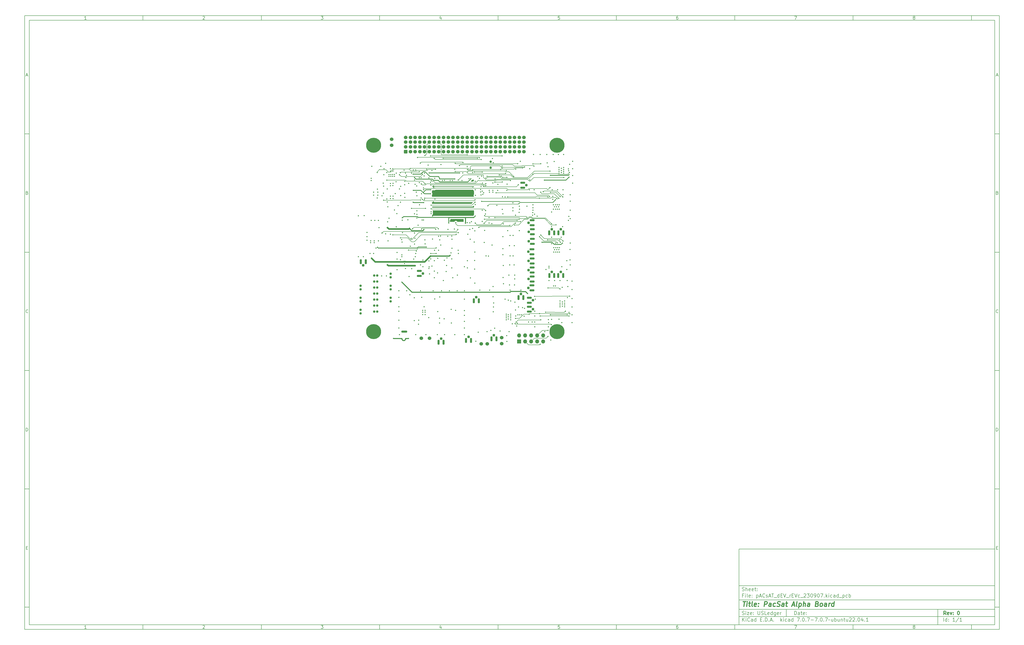
<source format=gbr>
%TF.GenerationSoftware,KiCad,Pcbnew,7.0.7-7.0.7~ubuntu22.04.1*%
%TF.CreationDate,2023-09-07T18:23:02-05:00*%
%TF.ProjectId,pACsAT_dEV_rEVc_230907,70414373-4154-45f6-9445-565f72455663,0*%
%TF.SameCoordinates,Original*%
%TF.FileFunction,Copper,L3,Inr*%
%TF.FilePolarity,Positive*%
%FSLAX46Y46*%
G04 Gerber Fmt 4.6, Leading zero omitted, Abs format (unit mm)*
G04 Created by KiCad (PCBNEW 7.0.7-7.0.7~ubuntu22.04.1) date 2023-09-07 18:23:02*
%MOMM*%
%LPD*%
G01*
G04 APERTURE LIST*
G04 Aperture macros list*
%AMRoundRect*
0 Rectangle with rounded corners*
0 $1 Rounding radius*
0 $2 $3 $4 $5 $6 $7 $8 $9 X,Y pos of 4 corners*
0 Add a 4 corners polygon primitive as box body*
4,1,4,$2,$3,$4,$5,$6,$7,$8,$9,$2,$3,0*
0 Add four circle primitives for the rounded corners*
1,1,$1+$1,$2,$3*
1,1,$1+$1,$4,$5*
1,1,$1+$1,$6,$7*
1,1,$1+$1,$8,$9*
0 Add four rect primitives between the rounded corners*
20,1,$1+$1,$2,$3,$4,$5,0*
20,1,$1+$1,$4,$5,$6,$7,0*
20,1,$1+$1,$6,$7,$8,$9,0*
20,1,$1+$1,$8,$9,$2,$3,0*%
G04 Aperture macros list end*
%ADD10C,0.100000*%
%ADD11C,0.150000*%
%ADD12C,0.300000*%
%ADD13C,0.400000*%
%TA.AperFunction,ComponentPad*%
%ADD14C,1.524000*%
%TD*%
%TA.AperFunction,ComponentPad*%
%ADD15C,6.350000*%
%TD*%
%TA.AperFunction,ComponentPad*%
%ADD16RoundRect,0.290840X-0.471160X-0.471160X0.471160X-0.471160X0.471160X0.471160X-0.471160X0.471160X0*%
%TD*%
%TA.AperFunction,ComponentPad*%
%ADD17C,1.016000*%
%TD*%
%TA.AperFunction,ComponentPad*%
%ADD18O,2.540000X0.889000*%
%TD*%
%TA.AperFunction,ComponentPad*%
%ADD19C,1.000000*%
%TD*%
%TA.AperFunction,ComponentPad*%
%ADD20R,1.700000X1.700000*%
%TD*%
%TA.AperFunction,ComponentPad*%
%ADD21O,1.700000X1.700000*%
%TD*%
%TA.AperFunction,ComponentPad*%
%ADD22RoundRect,0.254000X0.254000X-0.254000X0.254000X0.254000X-0.254000X0.254000X-0.254000X-0.254000X0*%
%TD*%
%TA.AperFunction,ComponentPad*%
%ADD23RoundRect,0.200000X0.200000X-0.800000X0.200000X0.800000X-0.200000X0.800000X-0.200000X-0.800000X0*%
%TD*%
%TA.AperFunction,ComponentPad*%
%ADD24RoundRect,0.254000X0.254000X0.254000X-0.254000X0.254000X-0.254000X-0.254000X0.254000X-0.254000X0*%
%TD*%
%TA.AperFunction,ComponentPad*%
%ADD25RoundRect,0.200000X0.800000X0.200000X-0.800000X0.200000X-0.800000X-0.200000X0.800000X-0.200000X0*%
%TD*%
%TA.AperFunction,ComponentPad*%
%ADD26RoundRect,0.254000X-0.254000X0.254000X-0.254000X-0.254000X0.254000X-0.254000X0.254000X0.254000X0*%
%TD*%
%TA.AperFunction,ComponentPad*%
%ADD27RoundRect,0.200000X-0.200000X0.800000X-0.200000X-0.800000X0.200000X-0.800000X0.200000X0.800000X0*%
%TD*%
%TA.AperFunction,ComponentPad*%
%ADD28RoundRect,0.254000X-0.254000X-0.254000X0.254000X-0.254000X0.254000X0.254000X-0.254000X0.254000X0*%
%TD*%
%TA.AperFunction,ComponentPad*%
%ADD29RoundRect,0.200000X-0.800000X-0.200000X0.800000X-0.200000X0.800000X0.200000X-0.800000X0.200000X0*%
%TD*%
%TA.AperFunction,ViaPad*%
%ADD30C,0.508000*%
%TD*%
%TA.AperFunction,Conductor*%
%ADD31C,0.330200*%
%TD*%
%TA.AperFunction,Conductor*%
%ADD32C,0.304800*%
%TD*%
%TA.AperFunction,Conductor*%
%ADD33C,0.381000*%
%TD*%
%TA.AperFunction,Conductor*%
%ADD34C,0.127000*%
%TD*%
%TA.AperFunction,Conductor*%
%ADD35C,0.635000*%
%TD*%
%TA.AperFunction,Conductor*%
%ADD36C,0.152400*%
%TD*%
%TA.AperFunction,Conductor*%
%ADD37C,0.508000*%
%TD*%
%TA.AperFunction,Conductor*%
%ADD38C,0.203200*%
%TD*%
%TA.AperFunction,Conductor*%
%ADD39C,0.254000*%
%TD*%
G04 APERTURE END LIST*
D10*
D11*
X311800000Y-235400000D02*
X419800000Y-235400000D01*
X419800000Y-267400000D01*
X311800000Y-267400000D01*
X311800000Y-235400000D01*
D10*
D11*
X10000000Y-10000000D02*
X421800000Y-10000000D01*
X421800000Y-269400000D01*
X10000000Y-269400000D01*
X10000000Y-10000000D01*
D10*
D11*
X12000000Y-12000000D02*
X419800000Y-12000000D01*
X419800000Y-267400000D01*
X12000000Y-267400000D01*
X12000000Y-12000000D01*
D10*
D11*
X60000000Y-12000000D02*
X60000000Y-10000000D01*
D10*
D11*
X110000000Y-12000000D02*
X110000000Y-10000000D01*
D10*
D11*
X160000000Y-12000000D02*
X160000000Y-10000000D01*
D10*
D11*
X210000000Y-12000000D02*
X210000000Y-10000000D01*
D10*
D11*
X260000000Y-12000000D02*
X260000000Y-10000000D01*
D10*
D11*
X310000000Y-12000000D02*
X310000000Y-10000000D01*
D10*
D11*
X360000000Y-12000000D02*
X360000000Y-10000000D01*
D10*
D11*
X410000000Y-12000000D02*
X410000000Y-10000000D01*
D10*
D11*
X36089160Y-11593604D02*
X35346303Y-11593604D01*
X35717731Y-11593604D02*
X35717731Y-10293604D01*
X35717731Y-10293604D02*
X35593922Y-10479319D01*
X35593922Y-10479319D02*
X35470112Y-10603128D01*
X35470112Y-10603128D02*
X35346303Y-10665033D01*
D10*
D11*
X85346303Y-10417414D02*
X85408207Y-10355509D01*
X85408207Y-10355509D02*
X85532017Y-10293604D01*
X85532017Y-10293604D02*
X85841541Y-10293604D01*
X85841541Y-10293604D02*
X85965350Y-10355509D01*
X85965350Y-10355509D02*
X86027255Y-10417414D01*
X86027255Y-10417414D02*
X86089160Y-10541223D01*
X86089160Y-10541223D02*
X86089160Y-10665033D01*
X86089160Y-10665033D02*
X86027255Y-10850747D01*
X86027255Y-10850747D02*
X85284398Y-11593604D01*
X85284398Y-11593604D02*
X86089160Y-11593604D01*
D10*
D11*
X135284398Y-10293604D02*
X136089160Y-10293604D01*
X136089160Y-10293604D02*
X135655826Y-10788842D01*
X135655826Y-10788842D02*
X135841541Y-10788842D01*
X135841541Y-10788842D02*
X135965350Y-10850747D01*
X135965350Y-10850747D02*
X136027255Y-10912652D01*
X136027255Y-10912652D02*
X136089160Y-11036461D01*
X136089160Y-11036461D02*
X136089160Y-11345985D01*
X136089160Y-11345985D02*
X136027255Y-11469795D01*
X136027255Y-11469795D02*
X135965350Y-11531700D01*
X135965350Y-11531700D02*
X135841541Y-11593604D01*
X135841541Y-11593604D02*
X135470112Y-11593604D01*
X135470112Y-11593604D02*
X135346303Y-11531700D01*
X135346303Y-11531700D02*
X135284398Y-11469795D01*
D10*
D11*
X185965350Y-10726938D02*
X185965350Y-11593604D01*
X185655826Y-10231700D02*
X185346303Y-11160271D01*
X185346303Y-11160271D02*
X186151064Y-11160271D01*
D10*
D11*
X236027255Y-10293604D02*
X235408207Y-10293604D01*
X235408207Y-10293604D02*
X235346303Y-10912652D01*
X235346303Y-10912652D02*
X235408207Y-10850747D01*
X235408207Y-10850747D02*
X235532017Y-10788842D01*
X235532017Y-10788842D02*
X235841541Y-10788842D01*
X235841541Y-10788842D02*
X235965350Y-10850747D01*
X235965350Y-10850747D02*
X236027255Y-10912652D01*
X236027255Y-10912652D02*
X236089160Y-11036461D01*
X236089160Y-11036461D02*
X236089160Y-11345985D01*
X236089160Y-11345985D02*
X236027255Y-11469795D01*
X236027255Y-11469795D02*
X235965350Y-11531700D01*
X235965350Y-11531700D02*
X235841541Y-11593604D01*
X235841541Y-11593604D02*
X235532017Y-11593604D01*
X235532017Y-11593604D02*
X235408207Y-11531700D01*
X235408207Y-11531700D02*
X235346303Y-11469795D01*
D10*
D11*
X285965350Y-10293604D02*
X285717731Y-10293604D01*
X285717731Y-10293604D02*
X285593922Y-10355509D01*
X285593922Y-10355509D02*
X285532017Y-10417414D01*
X285532017Y-10417414D02*
X285408207Y-10603128D01*
X285408207Y-10603128D02*
X285346303Y-10850747D01*
X285346303Y-10850747D02*
X285346303Y-11345985D01*
X285346303Y-11345985D02*
X285408207Y-11469795D01*
X285408207Y-11469795D02*
X285470112Y-11531700D01*
X285470112Y-11531700D02*
X285593922Y-11593604D01*
X285593922Y-11593604D02*
X285841541Y-11593604D01*
X285841541Y-11593604D02*
X285965350Y-11531700D01*
X285965350Y-11531700D02*
X286027255Y-11469795D01*
X286027255Y-11469795D02*
X286089160Y-11345985D01*
X286089160Y-11345985D02*
X286089160Y-11036461D01*
X286089160Y-11036461D02*
X286027255Y-10912652D01*
X286027255Y-10912652D02*
X285965350Y-10850747D01*
X285965350Y-10850747D02*
X285841541Y-10788842D01*
X285841541Y-10788842D02*
X285593922Y-10788842D01*
X285593922Y-10788842D02*
X285470112Y-10850747D01*
X285470112Y-10850747D02*
X285408207Y-10912652D01*
X285408207Y-10912652D02*
X285346303Y-11036461D01*
D10*
D11*
X335284398Y-10293604D02*
X336151064Y-10293604D01*
X336151064Y-10293604D02*
X335593922Y-11593604D01*
D10*
D11*
X385593922Y-10850747D02*
X385470112Y-10788842D01*
X385470112Y-10788842D02*
X385408207Y-10726938D01*
X385408207Y-10726938D02*
X385346303Y-10603128D01*
X385346303Y-10603128D02*
X385346303Y-10541223D01*
X385346303Y-10541223D02*
X385408207Y-10417414D01*
X385408207Y-10417414D02*
X385470112Y-10355509D01*
X385470112Y-10355509D02*
X385593922Y-10293604D01*
X385593922Y-10293604D02*
X385841541Y-10293604D01*
X385841541Y-10293604D02*
X385965350Y-10355509D01*
X385965350Y-10355509D02*
X386027255Y-10417414D01*
X386027255Y-10417414D02*
X386089160Y-10541223D01*
X386089160Y-10541223D02*
X386089160Y-10603128D01*
X386089160Y-10603128D02*
X386027255Y-10726938D01*
X386027255Y-10726938D02*
X385965350Y-10788842D01*
X385965350Y-10788842D02*
X385841541Y-10850747D01*
X385841541Y-10850747D02*
X385593922Y-10850747D01*
X385593922Y-10850747D02*
X385470112Y-10912652D01*
X385470112Y-10912652D02*
X385408207Y-10974557D01*
X385408207Y-10974557D02*
X385346303Y-11098366D01*
X385346303Y-11098366D02*
X385346303Y-11345985D01*
X385346303Y-11345985D02*
X385408207Y-11469795D01*
X385408207Y-11469795D02*
X385470112Y-11531700D01*
X385470112Y-11531700D02*
X385593922Y-11593604D01*
X385593922Y-11593604D02*
X385841541Y-11593604D01*
X385841541Y-11593604D02*
X385965350Y-11531700D01*
X385965350Y-11531700D02*
X386027255Y-11469795D01*
X386027255Y-11469795D02*
X386089160Y-11345985D01*
X386089160Y-11345985D02*
X386089160Y-11098366D01*
X386089160Y-11098366D02*
X386027255Y-10974557D01*
X386027255Y-10974557D02*
X385965350Y-10912652D01*
X385965350Y-10912652D02*
X385841541Y-10850747D01*
D10*
D11*
X60000000Y-267400000D02*
X60000000Y-269400000D01*
D10*
D11*
X110000000Y-267400000D02*
X110000000Y-269400000D01*
D10*
D11*
X160000000Y-267400000D02*
X160000000Y-269400000D01*
D10*
D11*
X210000000Y-267400000D02*
X210000000Y-269400000D01*
D10*
D11*
X260000000Y-267400000D02*
X260000000Y-269400000D01*
D10*
D11*
X310000000Y-267400000D02*
X310000000Y-269400000D01*
D10*
D11*
X360000000Y-267400000D02*
X360000000Y-269400000D01*
D10*
D11*
X410000000Y-267400000D02*
X410000000Y-269400000D01*
D10*
D11*
X36089160Y-268993604D02*
X35346303Y-268993604D01*
X35717731Y-268993604D02*
X35717731Y-267693604D01*
X35717731Y-267693604D02*
X35593922Y-267879319D01*
X35593922Y-267879319D02*
X35470112Y-268003128D01*
X35470112Y-268003128D02*
X35346303Y-268065033D01*
D10*
D11*
X85346303Y-267817414D02*
X85408207Y-267755509D01*
X85408207Y-267755509D02*
X85532017Y-267693604D01*
X85532017Y-267693604D02*
X85841541Y-267693604D01*
X85841541Y-267693604D02*
X85965350Y-267755509D01*
X85965350Y-267755509D02*
X86027255Y-267817414D01*
X86027255Y-267817414D02*
X86089160Y-267941223D01*
X86089160Y-267941223D02*
X86089160Y-268065033D01*
X86089160Y-268065033D02*
X86027255Y-268250747D01*
X86027255Y-268250747D02*
X85284398Y-268993604D01*
X85284398Y-268993604D02*
X86089160Y-268993604D01*
D10*
D11*
X135284398Y-267693604D02*
X136089160Y-267693604D01*
X136089160Y-267693604D02*
X135655826Y-268188842D01*
X135655826Y-268188842D02*
X135841541Y-268188842D01*
X135841541Y-268188842D02*
X135965350Y-268250747D01*
X135965350Y-268250747D02*
X136027255Y-268312652D01*
X136027255Y-268312652D02*
X136089160Y-268436461D01*
X136089160Y-268436461D02*
X136089160Y-268745985D01*
X136089160Y-268745985D02*
X136027255Y-268869795D01*
X136027255Y-268869795D02*
X135965350Y-268931700D01*
X135965350Y-268931700D02*
X135841541Y-268993604D01*
X135841541Y-268993604D02*
X135470112Y-268993604D01*
X135470112Y-268993604D02*
X135346303Y-268931700D01*
X135346303Y-268931700D02*
X135284398Y-268869795D01*
D10*
D11*
X185965350Y-268126938D02*
X185965350Y-268993604D01*
X185655826Y-267631700D02*
X185346303Y-268560271D01*
X185346303Y-268560271D02*
X186151064Y-268560271D01*
D10*
D11*
X236027255Y-267693604D02*
X235408207Y-267693604D01*
X235408207Y-267693604D02*
X235346303Y-268312652D01*
X235346303Y-268312652D02*
X235408207Y-268250747D01*
X235408207Y-268250747D02*
X235532017Y-268188842D01*
X235532017Y-268188842D02*
X235841541Y-268188842D01*
X235841541Y-268188842D02*
X235965350Y-268250747D01*
X235965350Y-268250747D02*
X236027255Y-268312652D01*
X236027255Y-268312652D02*
X236089160Y-268436461D01*
X236089160Y-268436461D02*
X236089160Y-268745985D01*
X236089160Y-268745985D02*
X236027255Y-268869795D01*
X236027255Y-268869795D02*
X235965350Y-268931700D01*
X235965350Y-268931700D02*
X235841541Y-268993604D01*
X235841541Y-268993604D02*
X235532017Y-268993604D01*
X235532017Y-268993604D02*
X235408207Y-268931700D01*
X235408207Y-268931700D02*
X235346303Y-268869795D01*
D10*
D11*
X285965350Y-267693604D02*
X285717731Y-267693604D01*
X285717731Y-267693604D02*
X285593922Y-267755509D01*
X285593922Y-267755509D02*
X285532017Y-267817414D01*
X285532017Y-267817414D02*
X285408207Y-268003128D01*
X285408207Y-268003128D02*
X285346303Y-268250747D01*
X285346303Y-268250747D02*
X285346303Y-268745985D01*
X285346303Y-268745985D02*
X285408207Y-268869795D01*
X285408207Y-268869795D02*
X285470112Y-268931700D01*
X285470112Y-268931700D02*
X285593922Y-268993604D01*
X285593922Y-268993604D02*
X285841541Y-268993604D01*
X285841541Y-268993604D02*
X285965350Y-268931700D01*
X285965350Y-268931700D02*
X286027255Y-268869795D01*
X286027255Y-268869795D02*
X286089160Y-268745985D01*
X286089160Y-268745985D02*
X286089160Y-268436461D01*
X286089160Y-268436461D02*
X286027255Y-268312652D01*
X286027255Y-268312652D02*
X285965350Y-268250747D01*
X285965350Y-268250747D02*
X285841541Y-268188842D01*
X285841541Y-268188842D02*
X285593922Y-268188842D01*
X285593922Y-268188842D02*
X285470112Y-268250747D01*
X285470112Y-268250747D02*
X285408207Y-268312652D01*
X285408207Y-268312652D02*
X285346303Y-268436461D01*
D10*
D11*
X335284398Y-267693604D02*
X336151064Y-267693604D01*
X336151064Y-267693604D02*
X335593922Y-268993604D01*
D10*
D11*
X385593922Y-268250747D02*
X385470112Y-268188842D01*
X385470112Y-268188842D02*
X385408207Y-268126938D01*
X385408207Y-268126938D02*
X385346303Y-268003128D01*
X385346303Y-268003128D02*
X385346303Y-267941223D01*
X385346303Y-267941223D02*
X385408207Y-267817414D01*
X385408207Y-267817414D02*
X385470112Y-267755509D01*
X385470112Y-267755509D02*
X385593922Y-267693604D01*
X385593922Y-267693604D02*
X385841541Y-267693604D01*
X385841541Y-267693604D02*
X385965350Y-267755509D01*
X385965350Y-267755509D02*
X386027255Y-267817414D01*
X386027255Y-267817414D02*
X386089160Y-267941223D01*
X386089160Y-267941223D02*
X386089160Y-268003128D01*
X386089160Y-268003128D02*
X386027255Y-268126938D01*
X386027255Y-268126938D02*
X385965350Y-268188842D01*
X385965350Y-268188842D02*
X385841541Y-268250747D01*
X385841541Y-268250747D02*
X385593922Y-268250747D01*
X385593922Y-268250747D02*
X385470112Y-268312652D01*
X385470112Y-268312652D02*
X385408207Y-268374557D01*
X385408207Y-268374557D02*
X385346303Y-268498366D01*
X385346303Y-268498366D02*
X385346303Y-268745985D01*
X385346303Y-268745985D02*
X385408207Y-268869795D01*
X385408207Y-268869795D02*
X385470112Y-268931700D01*
X385470112Y-268931700D02*
X385593922Y-268993604D01*
X385593922Y-268993604D02*
X385841541Y-268993604D01*
X385841541Y-268993604D02*
X385965350Y-268931700D01*
X385965350Y-268931700D02*
X386027255Y-268869795D01*
X386027255Y-268869795D02*
X386089160Y-268745985D01*
X386089160Y-268745985D02*
X386089160Y-268498366D01*
X386089160Y-268498366D02*
X386027255Y-268374557D01*
X386027255Y-268374557D02*
X385965350Y-268312652D01*
X385965350Y-268312652D02*
X385841541Y-268250747D01*
D10*
D11*
X10000000Y-60000000D02*
X12000000Y-60000000D01*
D10*
D11*
X10000000Y-110000000D02*
X12000000Y-110000000D01*
D10*
D11*
X10000000Y-160000000D02*
X12000000Y-160000000D01*
D10*
D11*
X10000000Y-210000000D02*
X12000000Y-210000000D01*
D10*
D11*
X10000000Y-260000000D02*
X12000000Y-260000000D01*
D10*
D11*
X10690476Y-35222176D02*
X11309523Y-35222176D01*
X10566666Y-35593604D02*
X10999999Y-34293604D01*
X10999999Y-34293604D02*
X11433333Y-35593604D01*
D10*
D11*
X11092857Y-84912652D02*
X11278571Y-84974557D01*
X11278571Y-84974557D02*
X11340476Y-85036461D01*
X11340476Y-85036461D02*
X11402380Y-85160271D01*
X11402380Y-85160271D02*
X11402380Y-85345985D01*
X11402380Y-85345985D02*
X11340476Y-85469795D01*
X11340476Y-85469795D02*
X11278571Y-85531700D01*
X11278571Y-85531700D02*
X11154761Y-85593604D01*
X11154761Y-85593604D02*
X10659523Y-85593604D01*
X10659523Y-85593604D02*
X10659523Y-84293604D01*
X10659523Y-84293604D02*
X11092857Y-84293604D01*
X11092857Y-84293604D02*
X11216666Y-84355509D01*
X11216666Y-84355509D02*
X11278571Y-84417414D01*
X11278571Y-84417414D02*
X11340476Y-84541223D01*
X11340476Y-84541223D02*
X11340476Y-84665033D01*
X11340476Y-84665033D02*
X11278571Y-84788842D01*
X11278571Y-84788842D02*
X11216666Y-84850747D01*
X11216666Y-84850747D02*
X11092857Y-84912652D01*
X11092857Y-84912652D02*
X10659523Y-84912652D01*
D10*
D11*
X11402380Y-135469795D02*
X11340476Y-135531700D01*
X11340476Y-135531700D02*
X11154761Y-135593604D01*
X11154761Y-135593604D02*
X11030952Y-135593604D01*
X11030952Y-135593604D02*
X10845238Y-135531700D01*
X10845238Y-135531700D02*
X10721428Y-135407890D01*
X10721428Y-135407890D02*
X10659523Y-135284080D01*
X10659523Y-135284080D02*
X10597619Y-135036461D01*
X10597619Y-135036461D02*
X10597619Y-134850747D01*
X10597619Y-134850747D02*
X10659523Y-134603128D01*
X10659523Y-134603128D02*
X10721428Y-134479319D01*
X10721428Y-134479319D02*
X10845238Y-134355509D01*
X10845238Y-134355509D02*
X11030952Y-134293604D01*
X11030952Y-134293604D02*
X11154761Y-134293604D01*
X11154761Y-134293604D02*
X11340476Y-134355509D01*
X11340476Y-134355509D02*
X11402380Y-134417414D01*
D10*
D11*
X10659523Y-185593604D02*
X10659523Y-184293604D01*
X10659523Y-184293604D02*
X10969047Y-184293604D01*
X10969047Y-184293604D02*
X11154761Y-184355509D01*
X11154761Y-184355509D02*
X11278571Y-184479319D01*
X11278571Y-184479319D02*
X11340476Y-184603128D01*
X11340476Y-184603128D02*
X11402380Y-184850747D01*
X11402380Y-184850747D02*
X11402380Y-185036461D01*
X11402380Y-185036461D02*
X11340476Y-185284080D01*
X11340476Y-185284080D02*
X11278571Y-185407890D01*
X11278571Y-185407890D02*
X11154761Y-185531700D01*
X11154761Y-185531700D02*
X10969047Y-185593604D01*
X10969047Y-185593604D02*
X10659523Y-185593604D01*
D10*
D11*
X10721428Y-234912652D02*
X11154762Y-234912652D01*
X11340476Y-235593604D02*
X10721428Y-235593604D01*
X10721428Y-235593604D02*
X10721428Y-234293604D01*
X10721428Y-234293604D02*
X11340476Y-234293604D01*
D10*
D11*
X421800000Y-60000000D02*
X419800000Y-60000000D01*
D10*
D11*
X421800000Y-110000000D02*
X419800000Y-110000000D01*
D10*
D11*
X421800000Y-160000000D02*
X419800000Y-160000000D01*
D10*
D11*
X421800000Y-210000000D02*
X419800000Y-210000000D01*
D10*
D11*
X421800000Y-260000000D02*
X419800000Y-260000000D01*
D10*
D11*
X420490476Y-35222176D02*
X421109523Y-35222176D01*
X420366666Y-35593604D02*
X420799999Y-34293604D01*
X420799999Y-34293604D02*
X421233333Y-35593604D01*
D10*
D11*
X420892857Y-84912652D02*
X421078571Y-84974557D01*
X421078571Y-84974557D02*
X421140476Y-85036461D01*
X421140476Y-85036461D02*
X421202380Y-85160271D01*
X421202380Y-85160271D02*
X421202380Y-85345985D01*
X421202380Y-85345985D02*
X421140476Y-85469795D01*
X421140476Y-85469795D02*
X421078571Y-85531700D01*
X421078571Y-85531700D02*
X420954761Y-85593604D01*
X420954761Y-85593604D02*
X420459523Y-85593604D01*
X420459523Y-85593604D02*
X420459523Y-84293604D01*
X420459523Y-84293604D02*
X420892857Y-84293604D01*
X420892857Y-84293604D02*
X421016666Y-84355509D01*
X421016666Y-84355509D02*
X421078571Y-84417414D01*
X421078571Y-84417414D02*
X421140476Y-84541223D01*
X421140476Y-84541223D02*
X421140476Y-84665033D01*
X421140476Y-84665033D02*
X421078571Y-84788842D01*
X421078571Y-84788842D02*
X421016666Y-84850747D01*
X421016666Y-84850747D02*
X420892857Y-84912652D01*
X420892857Y-84912652D02*
X420459523Y-84912652D01*
D10*
D11*
X421202380Y-135469795D02*
X421140476Y-135531700D01*
X421140476Y-135531700D02*
X420954761Y-135593604D01*
X420954761Y-135593604D02*
X420830952Y-135593604D01*
X420830952Y-135593604D02*
X420645238Y-135531700D01*
X420645238Y-135531700D02*
X420521428Y-135407890D01*
X420521428Y-135407890D02*
X420459523Y-135284080D01*
X420459523Y-135284080D02*
X420397619Y-135036461D01*
X420397619Y-135036461D02*
X420397619Y-134850747D01*
X420397619Y-134850747D02*
X420459523Y-134603128D01*
X420459523Y-134603128D02*
X420521428Y-134479319D01*
X420521428Y-134479319D02*
X420645238Y-134355509D01*
X420645238Y-134355509D02*
X420830952Y-134293604D01*
X420830952Y-134293604D02*
X420954761Y-134293604D01*
X420954761Y-134293604D02*
X421140476Y-134355509D01*
X421140476Y-134355509D02*
X421202380Y-134417414D01*
D10*
D11*
X420459523Y-185593604D02*
X420459523Y-184293604D01*
X420459523Y-184293604D02*
X420769047Y-184293604D01*
X420769047Y-184293604D02*
X420954761Y-184355509D01*
X420954761Y-184355509D02*
X421078571Y-184479319D01*
X421078571Y-184479319D02*
X421140476Y-184603128D01*
X421140476Y-184603128D02*
X421202380Y-184850747D01*
X421202380Y-184850747D02*
X421202380Y-185036461D01*
X421202380Y-185036461D02*
X421140476Y-185284080D01*
X421140476Y-185284080D02*
X421078571Y-185407890D01*
X421078571Y-185407890D02*
X420954761Y-185531700D01*
X420954761Y-185531700D02*
X420769047Y-185593604D01*
X420769047Y-185593604D02*
X420459523Y-185593604D01*
D10*
D11*
X420521428Y-234912652D02*
X420954762Y-234912652D01*
X421140476Y-235593604D02*
X420521428Y-235593604D01*
X420521428Y-235593604D02*
X420521428Y-234293604D01*
X420521428Y-234293604D02*
X421140476Y-234293604D01*
D10*
D11*
X335255826Y-263186128D02*
X335255826Y-261686128D01*
X335255826Y-261686128D02*
X335612969Y-261686128D01*
X335612969Y-261686128D02*
X335827255Y-261757557D01*
X335827255Y-261757557D02*
X335970112Y-261900414D01*
X335970112Y-261900414D02*
X336041541Y-262043271D01*
X336041541Y-262043271D02*
X336112969Y-262328985D01*
X336112969Y-262328985D02*
X336112969Y-262543271D01*
X336112969Y-262543271D02*
X336041541Y-262828985D01*
X336041541Y-262828985D02*
X335970112Y-262971842D01*
X335970112Y-262971842D02*
X335827255Y-263114700D01*
X335827255Y-263114700D02*
X335612969Y-263186128D01*
X335612969Y-263186128D02*
X335255826Y-263186128D01*
X337398684Y-263186128D02*
X337398684Y-262400414D01*
X337398684Y-262400414D02*
X337327255Y-262257557D01*
X337327255Y-262257557D02*
X337184398Y-262186128D01*
X337184398Y-262186128D02*
X336898684Y-262186128D01*
X336898684Y-262186128D02*
X336755826Y-262257557D01*
X337398684Y-263114700D02*
X337255826Y-263186128D01*
X337255826Y-263186128D02*
X336898684Y-263186128D01*
X336898684Y-263186128D02*
X336755826Y-263114700D01*
X336755826Y-263114700D02*
X336684398Y-262971842D01*
X336684398Y-262971842D02*
X336684398Y-262828985D01*
X336684398Y-262828985D02*
X336755826Y-262686128D01*
X336755826Y-262686128D02*
X336898684Y-262614700D01*
X336898684Y-262614700D02*
X337255826Y-262614700D01*
X337255826Y-262614700D02*
X337398684Y-262543271D01*
X337898684Y-262186128D02*
X338470112Y-262186128D01*
X338112969Y-261686128D02*
X338112969Y-262971842D01*
X338112969Y-262971842D02*
X338184398Y-263114700D01*
X338184398Y-263114700D02*
X338327255Y-263186128D01*
X338327255Y-263186128D02*
X338470112Y-263186128D01*
X339541541Y-263114700D02*
X339398684Y-263186128D01*
X339398684Y-263186128D02*
X339112970Y-263186128D01*
X339112970Y-263186128D02*
X338970112Y-263114700D01*
X338970112Y-263114700D02*
X338898684Y-262971842D01*
X338898684Y-262971842D02*
X338898684Y-262400414D01*
X338898684Y-262400414D02*
X338970112Y-262257557D01*
X338970112Y-262257557D02*
X339112970Y-262186128D01*
X339112970Y-262186128D02*
X339398684Y-262186128D01*
X339398684Y-262186128D02*
X339541541Y-262257557D01*
X339541541Y-262257557D02*
X339612970Y-262400414D01*
X339612970Y-262400414D02*
X339612970Y-262543271D01*
X339612970Y-262543271D02*
X338898684Y-262686128D01*
X340255826Y-263043271D02*
X340327255Y-263114700D01*
X340327255Y-263114700D02*
X340255826Y-263186128D01*
X340255826Y-263186128D02*
X340184398Y-263114700D01*
X340184398Y-263114700D02*
X340255826Y-263043271D01*
X340255826Y-263043271D02*
X340255826Y-263186128D01*
X340255826Y-262257557D02*
X340327255Y-262328985D01*
X340327255Y-262328985D02*
X340255826Y-262400414D01*
X340255826Y-262400414D02*
X340184398Y-262328985D01*
X340184398Y-262328985D02*
X340255826Y-262257557D01*
X340255826Y-262257557D02*
X340255826Y-262400414D01*
D10*
D11*
X311800000Y-263900000D02*
X419800000Y-263900000D01*
D10*
D11*
X313255826Y-265986128D02*
X313255826Y-264486128D01*
X314112969Y-265986128D02*
X313470112Y-265128985D01*
X314112969Y-264486128D02*
X313255826Y-265343271D01*
X314755826Y-265986128D02*
X314755826Y-264986128D01*
X314755826Y-264486128D02*
X314684398Y-264557557D01*
X314684398Y-264557557D02*
X314755826Y-264628985D01*
X314755826Y-264628985D02*
X314827255Y-264557557D01*
X314827255Y-264557557D02*
X314755826Y-264486128D01*
X314755826Y-264486128D02*
X314755826Y-264628985D01*
X316327255Y-265843271D02*
X316255827Y-265914700D01*
X316255827Y-265914700D02*
X316041541Y-265986128D01*
X316041541Y-265986128D02*
X315898684Y-265986128D01*
X315898684Y-265986128D02*
X315684398Y-265914700D01*
X315684398Y-265914700D02*
X315541541Y-265771842D01*
X315541541Y-265771842D02*
X315470112Y-265628985D01*
X315470112Y-265628985D02*
X315398684Y-265343271D01*
X315398684Y-265343271D02*
X315398684Y-265128985D01*
X315398684Y-265128985D02*
X315470112Y-264843271D01*
X315470112Y-264843271D02*
X315541541Y-264700414D01*
X315541541Y-264700414D02*
X315684398Y-264557557D01*
X315684398Y-264557557D02*
X315898684Y-264486128D01*
X315898684Y-264486128D02*
X316041541Y-264486128D01*
X316041541Y-264486128D02*
X316255827Y-264557557D01*
X316255827Y-264557557D02*
X316327255Y-264628985D01*
X317612970Y-265986128D02*
X317612970Y-265200414D01*
X317612970Y-265200414D02*
X317541541Y-265057557D01*
X317541541Y-265057557D02*
X317398684Y-264986128D01*
X317398684Y-264986128D02*
X317112970Y-264986128D01*
X317112970Y-264986128D02*
X316970112Y-265057557D01*
X317612970Y-265914700D02*
X317470112Y-265986128D01*
X317470112Y-265986128D02*
X317112970Y-265986128D01*
X317112970Y-265986128D02*
X316970112Y-265914700D01*
X316970112Y-265914700D02*
X316898684Y-265771842D01*
X316898684Y-265771842D02*
X316898684Y-265628985D01*
X316898684Y-265628985D02*
X316970112Y-265486128D01*
X316970112Y-265486128D02*
X317112970Y-265414700D01*
X317112970Y-265414700D02*
X317470112Y-265414700D01*
X317470112Y-265414700D02*
X317612970Y-265343271D01*
X318970113Y-265986128D02*
X318970113Y-264486128D01*
X318970113Y-265914700D02*
X318827255Y-265986128D01*
X318827255Y-265986128D02*
X318541541Y-265986128D01*
X318541541Y-265986128D02*
X318398684Y-265914700D01*
X318398684Y-265914700D02*
X318327255Y-265843271D01*
X318327255Y-265843271D02*
X318255827Y-265700414D01*
X318255827Y-265700414D02*
X318255827Y-265271842D01*
X318255827Y-265271842D02*
X318327255Y-265128985D01*
X318327255Y-265128985D02*
X318398684Y-265057557D01*
X318398684Y-265057557D02*
X318541541Y-264986128D01*
X318541541Y-264986128D02*
X318827255Y-264986128D01*
X318827255Y-264986128D02*
X318970113Y-265057557D01*
X320827255Y-265200414D02*
X321327255Y-265200414D01*
X321541541Y-265986128D02*
X320827255Y-265986128D01*
X320827255Y-265986128D02*
X320827255Y-264486128D01*
X320827255Y-264486128D02*
X321541541Y-264486128D01*
X322184398Y-265843271D02*
X322255827Y-265914700D01*
X322255827Y-265914700D02*
X322184398Y-265986128D01*
X322184398Y-265986128D02*
X322112970Y-265914700D01*
X322112970Y-265914700D02*
X322184398Y-265843271D01*
X322184398Y-265843271D02*
X322184398Y-265986128D01*
X322898684Y-265986128D02*
X322898684Y-264486128D01*
X322898684Y-264486128D02*
X323255827Y-264486128D01*
X323255827Y-264486128D02*
X323470113Y-264557557D01*
X323470113Y-264557557D02*
X323612970Y-264700414D01*
X323612970Y-264700414D02*
X323684399Y-264843271D01*
X323684399Y-264843271D02*
X323755827Y-265128985D01*
X323755827Y-265128985D02*
X323755827Y-265343271D01*
X323755827Y-265343271D02*
X323684399Y-265628985D01*
X323684399Y-265628985D02*
X323612970Y-265771842D01*
X323612970Y-265771842D02*
X323470113Y-265914700D01*
X323470113Y-265914700D02*
X323255827Y-265986128D01*
X323255827Y-265986128D02*
X322898684Y-265986128D01*
X324398684Y-265843271D02*
X324470113Y-265914700D01*
X324470113Y-265914700D02*
X324398684Y-265986128D01*
X324398684Y-265986128D02*
X324327256Y-265914700D01*
X324327256Y-265914700D02*
X324398684Y-265843271D01*
X324398684Y-265843271D02*
X324398684Y-265986128D01*
X325041542Y-265557557D02*
X325755828Y-265557557D01*
X324898685Y-265986128D02*
X325398685Y-264486128D01*
X325398685Y-264486128D02*
X325898685Y-265986128D01*
X326398684Y-265843271D02*
X326470113Y-265914700D01*
X326470113Y-265914700D02*
X326398684Y-265986128D01*
X326398684Y-265986128D02*
X326327256Y-265914700D01*
X326327256Y-265914700D02*
X326398684Y-265843271D01*
X326398684Y-265843271D02*
X326398684Y-265986128D01*
X329398684Y-265986128D02*
X329398684Y-264486128D01*
X329541542Y-265414700D02*
X329970113Y-265986128D01*
X329970113Y-264986128D02*
X329398684Y-265557557D01*
X330612970Y-265986128D02*
X330612970Y-264986128D01*
X330612970Y-264486128D02*
X330541542Y-264557557D01*
X330541542Y-264557557D02*
X330612970Y-264628985D01*
X330612970Y-264628985D02*
X330684399Y-264557557D01*
X330684399Y-264557557D02*
X330612970Y-264486128D01*
X330612970Y-264486128D02*
X330612970Y-264628985D01*
X331970114Y-265914700D02*
X331827256Y-265986128D01*
X331827256Y-265986128D02*
X331541542Y-265986128D01*
X331541542Y-265986128D02*
X331398685Y-265914700D01*
X331398685Y-265914700D02*
X331327256Y-265843271D01*
X331327256Y-265843271D02*
X331255828Y-265700414D01*
X331255828Y-265700414D02*
X331255828Y-265271842D01*
X331255828Y-265271842D02*
X331327256Y-265128985D01*
X331327256Y-265128985D02*
X331398685Y-265057557D01*
X331398685Y-265057557D02*
X331541542Y-264986128D01*
X331541542Y-264986128D02*
X331827256Y-264986128D01*
X331827256Y-264986128D02*
X331970114Y-265057557D01*
X333255828Y-265986128D02*
X333255828Y-265200414D01*
X333255828Y-265200414D02*
X333184399Y-265057557D01*
X333184399Y-265057557D02*
X333041542Y-264986128D01*
X333041542Y-264986128D02*
X332755828Y-264986128D01*
X332755828Y-264986128D02*
X332612970Y-265057557D01*
X333255828Y-265914700D02*
X333112970Y-265986128D01*
X333112970Y-265986128D02*
X332755828Y-265986128D01*
X332755828Y-265986128D02*
X332612970Y-265914700D01*
X332612970Y-265914700D02*
X332541542Y-265771842D01*
X332541542Y-265771842D02*
X332541542Y-265628985D01*
X332541542Y-265628985D02*
X332612970Y-265486128D01*
X332612970Y-265486128D02*
X332755828Y-265414700D01*
X332755828Y-265414700D02*
X333112970Y-265414700D01*
X333112970Y-265414700D02*
X333255828Y-265343271D01*
X334612971Y-265986128D02*
X334612971Y-264486128D01*
X334612971Y-265914700D02*
X334470113Y-265986128D01*
X334470113Y-265986128D02*
X334184399Y-265986128D01*
X334184399Y-265986128D02*
X334041542Y-265914700D01*
X334041542Y-265914700D02*
X333970113Y-265843271D01*
X333970113Y-265843271D02*
X333898685Y-265700414D01*
X333898685Y-265700414D02*
X333898685Y-265271842D01*
X333898685Y-265271842D02*
X333970113Y-265128985D01*
X333970113Y-265128985D02*
X334041542Y-265057557D01*
X334041542Y-265057557D02*
X334184399Y-264986128D01*
X334184399Y-264986128D02*
X334470113Y-264986128D01*
X334470113Y-264986128D02*
X334612971Y-265057557D01*
X336327256Y-264486128D02*
X337327256Y-264486128D01*
X337327256Y-264486128D02*
X336684399Y-265986128D01*
X337898684Y-265843271D02*
X337970113Y-265914700D01*
X337970113Y-265914700D02*
X337898684Y-265986128D01*
X337898684Y-265986128D02*
X337827256Y-265914700D01*
X337827256Y-265914700D02*
X337898684Y-265843271D01*
X337898684Y-265843271D02*
X337898684Y-265986128D01*
X338898685Y-264486128D02*
X339041542Y-264486128D01*
X339041542Y-264486128D02*
X339184399Y-264557557D01*
X339184399Y-264557557D02*
X339255828Y-264628985D01*
X339255828Y-264628985D02*
X339327256Y-264771842D01*
X339327256Y-264771842D02*
X339398685Y-265057557D01*
X339398685Y-265057557D02*
X339398685Y-265414700D01*
X339398685Y-265414700D02*
X339327256Y-265700414D01*
X339327256Y-265700414D02*
X339255828Y-265843271D01*
X339255828Y-265843271D02*
X339184399Y-265914700D01*
X339184399Y-265914700D02*
X339041542Y-265986128D01*
X339041542Y-265986128D02*
X338898685Y-265986128D01*
X338898685Y-265986128D02*
X338755828Y-265914700D01*
X338755828Y-265914700D02*
X338684399Y-265843271D01*
X338684399Y-265843271D02*
X338612970Y-265700414D01*
X338612970Y-265700414D02*
X338541542Y-265414700D01*
X338541542Y-265414700D02*
X338541542Y-265057557D01*
X338541542Y-265057557D02*
X338612970Y-264771842D01*
X338612970Y-264771842D02*
X338684399Y-264628985D01*
X338684399Y-264628985D02*
X338755828Y-264557557D01*
X338755828Y-264557557D02*
X338898685Y-264486128D01*
X340041541Y-265843271D02*
X340112970Y-265914700D01*
X340112970Y-265914700D02*
X340041541Y-265986128D01*
X340041541Y-265986128D02*
X339970113Y-265914700D01*
X339970113Y-265914700D02*
X340041541Y-265843271D01*
X340041541Y-265843271D02*
X340041541Y-265986128D01*
X340612970Y-264486128D02*
X341612970Y-264486128D01*
X341612970Y-264486128D02*
X340970113Y-265986128D01*
X342184398Y-265414700D02*
X343327256Y-265414700D01*
X343898684Y-264486128D02*
X344898684Y-264486128D01*
X344898684Y-264486128D02*
X344255827Y-265986128D01*
X345470112Y-265843271D02*
X345541541Y-265914700D01*
X345541541Y-265914700D02*
X345470112Y-265986128D01*
X345470112Y-265986128D02*
X345398684Y-265914700D01*
X345398684Y-265914700D02*
X345470112Y-265843271D01*
X345470112Y-265843271D02*
X345470112Y-265986128D01*
X346470113Y-264486128D02*
X346612970Y-264486128D01*
X346612970Y-264486128D02*
X346755827Y-264557557D01*
X346755827Y-264557557D02*
X346827256Y-264628985D01*
X346827256Y-264628985D02*
X346898684Y-264771842D01*
X346898684Y-264771842D02*
X346970113Y-265057557D01*
X346970113Y-265057557D02*
X346970113Y-265414700D01*
X346970113Y-265414700D02*
X346898684Y-265700414D01*
X346898684Y-265700414D02*
X346827256Y-265843271D01*
X346827256Y-265843271D02*
X346755827Y-265914700D01*
X346755827Y-265914700D02*
X346612970Y-265986128D01*
X346612970Y-265986128D02*
X346470113Y-265986128D01*
X346470113Y-265986128D02*
X346327256Y-265914700D01*
X346327256Y-265914700D02*
X346255827Y-265843271D01*
X346255827Y-265843271D02*
X346184398Y-265700414D01*
X346184398Y-265700414D02*
X346112970Y-265414700D01*
X346112970Y-265414700D02*
X346112970Y-265057557D01*
X346112970Y-265057557D02*
X346184398Y-264771842D01*
X346184398Y-264771842D02*
X346255827Y-264628985D01*
X346255827Y-264628985D02*
X346327256Y-264557557D01*
X346327256Y-264557557D02*
X346470113Y-264486128D01*
X347612969Y-265843271D02*
X347684398Y-265914700D01*
X347684398Y-265914700D02*
X347612969Y-265986128D01*
X347612969Y-265986128D02*
X347541541Y-265914700D01*
X347541541Y-265914700D02*
X347612969Y-265843271D01*
X347612969Y-265843271D02*
X347612969Y-265986128D01*
X348184398Y-264486128D02*
X349184398Y-264486128D01*
X349184398Y-264486128D02*
X348541541Y-265986128D01*
X349541541Y-265414700D02*
X349612969Y-265343271D01*
X349612969Y-265343271D02*
X349755826Y-265271842D01*
X349755826Y-265271842D02*
X350041541Y-265414700D01*
X350041541Y-265414700D02*
X350184398Y-265343271D01*
X350184398Y-265343271D02*
X350255826Y-265271842D01*
X351470113Y-264986128D02*
X351470113Y-265986128D01*
X350827255Y-264986128D02*
X350827255Y-265771842D01*
X350827255Y-265771842D02*
X350898684Y-265914700D01*
X350898684Y-265914700D02*
X351041541Y-265986128D01*
X351041541Y-265986128D02*
X351255827Y-265986128D01*
X351255827Y-265986128D02*
X351398684Y-265914700D01*
X351398684Y-265914700D02*
X351470113Y-265843271D01*
X352184398Y-265986128D02*
X352184398Y-264486128D01*
X352184398Y-265057557D02*
X352327256Y-264986128D01*
X352327256Y-264986128D02*
X352612970Y-264986128D01*
X352612970Y-264986128D02*
X352755827Y-265057557D01*
X352755827Y-265057557D02*
X352827256Y-265128985D01*
X352827256Y-265128985D02*
X352898684Y-265271842D01*
X352898684Y-265271842D02*
X352898684Y-265700414D01*
X352898684Y-265700414D02*
X352827256Y-265843271D01*
X352827256Y-265843271D02*
X352755827Y-265914700D01*
X352755827Y-265914700D02*
X352612970Y-265986128D01*
X352612970Y-265986128D02*
X352327256Y-265986128D01*
X352327256Y-265986128D02*
X352184398Y-265914700D01*
X354184399Y-264986128D02*
X354184399Y-265986128D01*
X353541541Y-264986128D02*
X353541541Y-265771842D01*
X353541541Y-265771842D02*
X353612970Y-265914700D01*
X353612970Y-265914700D02*
X353755827Y-265986128D01*
X353755827Y-265986128D02*
X353970113Y-265986128D01*
X353970113Y-265986128D02*
X354112970Y-265914700D01*
X354112970Y-265914700D02*
X354184399Y-265843271D01*
X354898684Y-264986128D02*
X354898684Y-265986128D01*
X354898684Y-265128985D02*
X354970113Y-265057557D01*
X354970113Y-265057557D02*
X355112970Y-264986128D01*
X355112970Y-264986128D02*
X355327256Y-264986128D01*
X355327256Y-264986128D02*
X355470113Y-265057557D01*
X355470113Y-265057557D02*
X355541542Y-265200414D01*
X355541542Y-265200414D02*
X355541542Y-265986128D01*
X356041542Y-264986128D02*
X356612970Y-264986128D01*
X356255827Y-264486128D02*
X356255827Y-265771842D01*
X356255827Y-265771842D02*
X356327256Y-265914700D01*
X356327256Y-265914700D02*
X356470113Y-265986128D01*
X356470113Y-265986128D02*
X356612970Y-265986128D01*
X357755828Y-264986128D02*
X357755828Y-265986128D01*
X357112970Y-264986128D02*
X357112970Y-265771842D01*
X357112970Y-265771842D02*
X357184399Y-265914700D01*
X357184399Y-265914700D02*
X357327256Y-265986128D01*
X357327256Y-265986128D02*
X357541542Y-265986128D01*
X357541542Y-265986128D02*
X357684399Y-265914700D01*
X357684399Y-265914700D02*
X357755828Y-265843271D01*
X358398685Y-264628985D02*
X358470113Y-264557557D01*
X358470113Y-264557557D02*
X358612971Y-264486128D01*
X358612971Y-264486128D02*
X358970113Y-264486128D01*
X358970113Y-264486128D02*
X359112971Y-264557557D01*
X359112971Y-264557557D02*
X359184399Y-264628985D01*
X359184399Y-264628985D02*
X359255828Y-264771842D01*
X359255828Y-264771842D02*
X359255828Y-264914700D01*
X359255828Y-264914700D02*
X359184399Y-265128985D01*
X359184399Y-265128985D02*
X358327256Y-265986128D01*
X358327256Y-265986128D02*
X359255828Y-265986128D01*
X359827256Y-264628985D02*
X359898684Y-264557557D01*
X359898684Y-264557557D02*
X360041542Y-264486128D01*
X360041542Y-264486128D02*
X360398684Y-264486128D01*
X360398684Y-264486128D02*
X360541542Y-264557557D01*
X360541542Y-264557557D02*
X360612970Y-264628985D01*
X360612970Y-264628985D02*
X360684399Y-264771842D01*
X360684399Y-264771842D02*
X360684399Y-264914700D01*
X360684399Y-264914700D02*
X360612970Y-265128985D01*
X360612970Y-265128985D02*
X359755827Y-265986128D01*
X359755827Y-265986128D02*
X360684399Y-265986128D01*
X361327255Y-265843271D02*
X361398684Y-265914700D01*
X361398684Y-265914700D02*
X361327255Y-265986128D01*
X361327255Y-265986128D02*
X361255827Y-265914700D01*
X361255827Y-265914700D02*
X361327255Y-265843271D01*
X361327255Y-265843271D02*
X361327255Y-265986128D01*
X362327256Y-264486128D02*
X362470113Y-264486128D01*
X362470113Y-264486128D02*
X362612970Y-264557557D01*
X362612970Y-264557557D02*
X362684399Y-264628985D01*
X362684399Y-264628985D02*
X362755827Y-264771842D01*
X362755827Y-264771842D02*
X362827256Y-265057557D01*
X362827256Y-265057557D02*
X362827256Y-265414700D01*
X362827256Y-265414700D02*
X362755827Y-265700414D01*
X362755827Y-265700414D02*
X362684399Y-265843271D01*
X362684399Y-265843271D02*
X362612970Y-265914700D01*
X362612970Y-265914700D02*
X362470113Y-265986128D01*
X362470113Y-265986128D02*
X362327256Y-265986128D01*
X362327256Y-265986128D02*
X362184399Y-265914700D01*
X362184399Y-265914700D02*
X362112970Y-265843271D01*
X362112970Y-265843271D02*
X362041541Y-265700414D01*
X362041541Y-265700414D02*
X361970113Y-265414700D01*
X361970113Y-265414700D02*
X361970113Y-265057557D01*
X361970113Y-265057557D02*
X362041541Y-264771842D01*
X362041541Y-264771842D02*
X362112970Y-264628985D01*
X362112970Y-264628985D02*
X362184399Y-264557557D01*
X362184399Y-264557557D02*
X362327256Y-264486128D01*
X364112970Y-264986128D02*
X364112970Y-265986128D01*
X363755827Y-264414700D02*
X363398684Y-265486128D01*
X363398684Y-265486128D02*
X364327255Y-265486128D01*
X364898683Y-265843271D02*
X364970112Y-265914700D01*
X364970112Y-265914700D02*
X364898683Y-265986128D01*
X364898683Y-265986128D02*
X364827255Y-265914700D01*
X364827255Y-265914700D02*
X364898683Y-265843271D01*
X364898683Y-265843271D02*
X364898683Y-265986128D01*
X366398684Y-265986128D02*
X365541541Y-265986128D01*
X365970112Y-265986128D02*
X365970112Y-264486128D01*
X365970112Y-264486128D02*
X365827255Y-264700414D01*
X365827255Y-264700414D02*
X365684398Y-264843271D01*
X365684398Y-264843271D02*
X365541541Y-264914700D01*
D10*
D11*
X311800000Y-260900000D02*
X419800000Y-260900000D01*
D10*
D12*
X399211653Y-263178328D02*
X398711653Y-262464042D01*
X398354510Y-263178328D02*
X398354510Y-261678328D01*
X398354510Y-261678328D02*
X398925939Y-261678328D01*
X398925939Y-261678328D02*
X399068796Y-261749757D01*
X399068796Y-261749757D02*
X399140225Y-261821185D01*
X399140225Y-261821185D02*
X399211653Y-261964042D01*
X399211653Y-261964042D02*
X399211653Y-262178328D01*
X399211653Y-262178328D02*
X399140225Y-262321185D01*
X399140225Y-262321185D02*
X399068796Y-262392614D01*
X399068796Y-262392614D02*
X398925939Y-262464042D01*
X398925939Y-262464042D02*
X398354510Y-262464042D01*
X400425939Y-263106900D02*
X400283082Y-263178328D01*
X400283082Y-263178328D02*
X399997368Y-263178328D01*
X399997368Y-263178328D02*
X399854510Y-263106900D01*
X399854510Y-263106900D02*
X399783082Y-262964042D01*
X399783082Y-262964042D02*
X399783082Y-262392614D01*
X399783082Y-262392614D02*
X399854510Y-262249757D01*
X399854510Y-262249757D02*
X399997368Y-262178328D01*
X399997368Y-262178328D02*
X400283082Y-262178328D01*
X400283082Y-262178328D02*
X400425939Y-262249757D01*
X400425939Y-262249757D02*
X400497368Y-262392614D01*
X400497368Y-262392614D02*
X400497368Y-262535471D01*
X400497368Y-262535471D02*
X399783082Y-262678328D01*
X400997367Y-262178328D02*
X401354510Y-263178328D01*
X401354510Y-263178328D02*
X401711653Y-262178328D01*
X402283081Y-263035471D02*
X402354510Y-263106900D01*
X402354510Y-263106900D02*
X402283081Y-263178328D01*
X402283081Y-263178328D02*
X402211653Y-263106900D01*
X402211653Y-263106900D02*
X402283081Y-263035471D01*
X402283081Y-263035471D02*
X402283081Y-263178328D01*
X402283081Y-262249757D02*
X402354510Y-262321185D01*
X402354510Y-262321185D02*
X402283081Y-262392614D01*
X402283081Y-262392614D02*
X402211653Y-262321185D01*
X402211653Y-262321185D02*
X402283081Y-262249757D01*
X402283081Y-262249757D02*
X402283081Y-262392614D01*
X404425939Y-261678328D02*
X404568796Y-261678328D01*
X404568796Y-261678328D02*
X404711653Y-261749757D01*
X404711653Y-261749757D02*
X404783082Y-261821185D01*
X404783082Y-261821185D02*
X404854510Y-261964042D01*
X404854510Y-261964042D02*
X404925939Y-262249757D01*
X404925939Y-262249757D02*
X404925939Y-262606900D01*
X404925939Y-262606900D02*
X404854510Y-262892614D01*
X404854510Y-262892614D02*
X404783082Y-263035471D01*
X404783082Y-263035471D02*
X404711653Y-263106900D01*
X404711653Y-263106900D02*
X404568796Y-263178328D01*
X404568796Y-263178328D02*
X404425939Y-263178328D01*
X404425939Y-263178328D02*
X404283082Y-263106900D01*
X404283082Y-263106900D02*
X404211653Y-263035471D01*
X404211653Y-263035471D02*
X404140224Y-262892614D01*
X404140224Y-262892614D02*
X404068796Y-262606900D01*
X404068796Y-262606900D02*
X404068796Y-262249757D01*
X404068796Y-262249757D02*
X404140224Y-261964042D01*
X404140224Y-261964042D02*
X404211653Y-261821185D01*
X404211653Y-261821185D02*
X404283082Y-261749757D01*
X404283082Y-261749757D02*
X404425939Y-261678328D01*
D10*
D11*
X313184398Y-263114700D02*
X313398684Y-263186128D01*
X313398684Y-263186128D02*
X313755826Y-263186128D01*
X313755826Y-263186128D02*
X313898684Y-263114700D01*
X313898684Y-263114700D02*
X313970112Y-263043271D01*
X313970112Y-263043271D02*
X314041541Y-262900414D01*
X314041541Y-262900414D02*
X314041541Y-262757557D01*
X314041541Y-262757557D02*
X313970112Y-262614700D01*
X313970112Y-262614700D02*
X313898684Y-262543271D01*
X313898684Y-262543271D02*
X313755826Y-262471842D01*
X313755826Y-262471842D02*
X313470112Y-262400414D01*
X313470112Y-262400414D02*
X313327255Y-262328985D01*
X313327255Y-262328985D02*
X313255826Y-262257557D01*
X313255826Y-262257557D02*
X313184398Y-262114700D01*
X313184398Y-262114700D02*
X313184398Y-261971842D01*
X313184398Y-261971842D02*
X313255826Y-261828985D01*
X313255826Y-261828985D02*
X313327255Y-261757557D01*
X313327255Y-261757557D02*
X313470112Y-261686128D01*
X313470112Y-261686128D02*
X313827255Y-261686128D01*
X313827255Y-261686128D02*
X314041541Y-261757557D01*
X314684397Y-263186128D02*
X314684397Y-262186128D01*
X314684397Y-261686128D02*
X314612969Y-261757557D01*
X314612969Y-261757557D02*
X314684397Y-261828985D01*
X314684397Y-261828985D02*
X314755826Y-261757557D01*
X314755826Y-261757557D02*
X314684397Y-261686128D01*
X314684397Y-261686128D02*
X314684397Y-261828985D01*
X315255826Y-262186128D02*
X316041541Y-262186128D01*
X316041541Y-262186128D02*
X315255826Y-263186128D01*
X315255826Y-263186128D02*
X316041541Y-263186128D01*
X317184398Y-263114700D02*
X317041541Y-263186128D01*
X317041541Y-263186128D02*
X316755827Y-263186128D01*
X316755827Y-263186128D02*
X316612969Y-263114700D01*
X316612969Y-263114700D02*
X316541541Y-262971842D01*
X316541541Y-262971842D02*
X316541541Y-262400414D01*
X316541541Y-262400414D02*
X316612969Y-262257557D01*
X316612969Y-262257557D02*
X316755827Y-262186128D01*
X316755827Y-262186128D02*
X317041541Y-262186128D01*
X317041541Y-262186128D02*
X317184398Y-262257557D01*
X317184398Y-262257557D02*
X317255827Y-262400414D01*
X317255827Y-262400414D02*
X317255827Y-262543271D01*
X317255827Y-262543271D02*
X316541541Y-262686128D01*
X317898683Y-263043271D02*
X317970112Y-263114700D01*
X317970112Y-263114700D02*
X317898683Y-263186128D01*
X317898683Y-263186128D02*
X317827255Y-263114700D01*
X317827255Y-263114700D02*
X317898683Y-263043271D01*
X317898683Y-263043271D02*
X317898683Y-263186128D01*
X317898683Y-262257557D02*
X317970112Y-262328985D01*
X317970112Y-262328985D02*
X317898683Y-262400414D01*
X317898683Y-262400414D02*
X317827255Y-262328985D01*
X317827255Y-262328985D02*
X317898683Y-262257557D01*
X317898683Y-262257557D02*
X317898683Y-262400414D01*
X319755826Y-261686128D02*
X319755826Y-262900414D01*
X319755826Y-262900414D02*
X319827255Y-263043271D01*
X319827255Y-263043271D02*
X319898684Y-263114700D01*
X319898684Y-263114700D02*
X320041541Y-263186128D01*
X320041541Y-263186128D02*
X320327255Y-263186128D01*
X320327255Y-263186128D02*
X320470112Y-263114700D01*
X320470112Y-263114700D02*
X320541541Y-263043271D01*
X320541541Y-263043271D02*
X320612969Y-262900414D01*
X320612969Y-262900414D02*
X320612969Y-261686128D01*
X321255827Y-263114700D02*
X321470113Y-263186128D01*
X321470113Y-263186128D02*
X321827255Y-263186128D01*
X321827255Y-263186128D02*
X321970113Y-263114700D01*
X321970113Y-263114700D02*
X322041541Y-263043271D01*
X322041541Y-263043271D02*
X322112970Y-262900414D01*
X322112970Y-262900414D02*
X322112970Y-262757557D01*
X322112970Y-262757557D02*
X322041541Y-262614700D01*
X322041541Y-262614700D02*
X321970113Y-262543271D01*
X321970113Y-262543271D02*
X321827255Y-262471842D01*
X321827255Y-262471842D02*
X321541541Y-262400414D01*
X321541541Y-262400414D02*
X321398684Y-262328985D01*
X321398684Y-262328985D02*
X321327255Y-262257557D01*
X321327255Y-262257557D02*
X321255827Y-262114700D01*
X321255827Y-262114700D02*
X321255827Y-261971842D01*
X321255827Y-261971842D02*
X321327255Y-261828985D01*
X321327255Y-261828985D02*
X321398684Y-261757557D01*
X321398684Y-261757557D02*
X321541541Y-261686128D01*
X321541541Y-261686128D02*
X321898684Y-261686128D01*
X321898684Y-261686128D02*
X322112970Y-261757557D01*
X323470112Y-263186128D02*
X322755826Y-263186128D01*
X322755826Y-263186128D02*
X322755826Y-261686128D01*
X324541541Y-263114700D02*
X324398684Y-263186128D01*
X324398684Y-263186128D02*
X324112970Y-263186128D01*
X324112970Y-263186128D02*
X323970112Y-263114700D01*
X323970112Y-263114700D02*
X323898684Y-262971842D01*
X323898684Y-262971842D02*
X323898684Y-262400414D01*
X323898684Y-262400414D02*
X323970112Y-262257557D01*
X323970112Y-262257557D02*
X324112970Y-262186128D01*
X324112970Y-262186128D02*
X324398684Y-262186128D01*
X324398684Y-262186128D02*
X324541541Y-262257557D01*
X324541541Y-262257557D02*
X324612970Y-262400414D01*
X324612970Y-262400414D02*
X324612970Y-262543271D01*
X324612970Y-262543271D02*
X323898684Y-262686128D01*
X325898684Y-263186128D02*
X325898684Y-261686128D01*
X325898684Y-263114700D02*
X325755826Y-263186128D01*
X325755826Y-263186128D02*
X325470112Y-263186128D01*
X325470112Y-263186128D02*
X325327255Y-263114700D01*
X325327255Y-263114700D02*
X325255826Y-263043271D01*
X325255826Y-263043271D02*
X325184398Y-262900414D01*
X325184398Y-262900414D02*
X325184398Y-262471842D01*
X325184398Y-262471842D02*
X325255826Y-262328985D01*
X325255826Y-262328985D02*
X325327255Y-262257557D01*
X325327255Y-262257557D02*
X325470112Y-262186128D01*
X325470112Y-262186128D02*
X325755826Y-262186128D01*
X325755826Y-262186128D02*
X325898684Y-262257557D01*
X327255827Y-262186128D02*
X327255827Y-263400414D01*
X327255827Y-263400414D02*
X327184398Y-263543271D01*
X327184398Y-263543271D02*
X327112969Y-263614700D01*
X327112969Y-263614700D02*
X326970112Y-263686128D01*
X326970112Y-263686128D02*
X326755827Y-263686128D01*
X326755827Y-263686128D02*
X326612969Y-263614700D01*
X327255827Y-263114700D02*
X327112969Y-263186128D01*
X327112969Y-263186128D02*
X326827255Y-263186128D01*
X326827255Y-263186128D02*
X326684398Y-263114700D01*
X326684398Y-263114700D02*
X326612969Y-263043271D01*
X326612969Y-263043271D02*
X326541541Y-262900414D01*
X326541541Y-262900414D02*
X326541541Y-262471842D01*
X326541541Y-262471842D02*
X326612969Y-262328985D01*
X326612969Y-262328985D02*
X326684398Y-262257557D01*
X326684398Y-262257557D02*
X326827255Y-262186128D01*
X326827255Y-262186128D02*
X327112969Y-262186128D01*
X327112969Y-262186128D02*
X327255827Y-262257557D01*
X328541541Y-263114700D02*
X328398684Y-263186128D01*
X328398684Y-263186128D02*
X328112970Y-263186128D01*
X328112970Y-263186128D02*
X327970112Y-263114700D01*
X327970112Y-263114700D02*
X327898684Y-262971842D01*
X327898684Y-262971842D02*
X327898684Y-262400414D01*
X327898684Y-262400414D02*
X327970112Y-262257557D01*
X327970112Y-262257557D02*
X328112970Y-262186128D01*
X328112970Y-262186128D02*
X328398684Y-262186128D01*
X328398684Y-262186128D02*
X328541541Y-262257557D01*
X328541541Y-262257557D02*
X328612970Y-262400414D01*
X328612970Y-262400414D02*
X328612970Y-262543271D01*
X328612970Y-262543271D02*
X327898684Y-262686128D01*
X329255826Y-263186128D02*
X329255826Y-262186128D01*
X329255826Y-262471842D02*
X329327255Y-262328985D01*
X329327255Y-262328985D02*
X329398684Y-262257557D01*
X329398684Y-262257557D02*
X329541541Y-262186128D01*
X329541541Y-262186128D02*
X329684398Y-262186128D01*
D10*
D11*
X398255826Y-265986128D02*
X398255826Y-264486128D01*
X399612970Y-265986128D02*
X399612970Y-264486128D01*
X399612970Y-265914700D02*
X399470112Y-265986128D01*
X399470112Y-265986128D02*
X399184398Y-265986128D01*
X399184398Y-265986128D02*
X399041541Y-265914700D01*
X399041541Y-265914700D02*
X398970112Y-265843271D01*
X398970112Y-265843271D02*
X398898684Y-265700414D01*
X398898684Y-265700414D02*
X398898684Y-265271842D01*
X398898684Y-265271842D02*
X398970112Y-265128985D01*
X398970112Y-265128985D02*
X399041541Y-265057557D01*
X399041541Y-265057557D02*
X399184398Y-264986128D01*
X399184398Y-264986128D02*
X399470112Y-264986128D01*
X399470112Y-264986128D02*
X399612970Y-265057557D01*
X400327255Y-265843271D02*
X400398684Y-265914700D01*
X400398684Y-265914700D02*
X400327255Y-265986128D01*
X400327255Y-265986128D02*
X400255827Y-265914700D01*
X400255827Y-265914700D02*
X400327255Y-265843271D01*
X400327255Y-265843271D02*
X400327255Y-265986128D01*
X400327255Y-265057557D02*
X400398684Y-265128985D01*
X400398684Y-265128985D02*
X400327255Y-265200414D01*
X400327255Y-265200414D02*
X400255827Y-265128985D01*
X400255827Y-265128985D02*
X400327255Y-265057557D01*
X400327255Y-265057557D02*
X400327255Y-265200414D01*
X402970113Y-265986128D02*
X402112970Y-265986128D01*
X402541541Y-265986128D02*
X402541541Y-264486128D01*
X402541541Y-264486128D02*
X402398684Y-264700414D01*
X402398684Y-264700414D02*
X402255827Y-264843271D01*
X402255827Y-264843271D02*
X402112970Y-264914700D01*
X404684398Y-264414700D02*
X403398684Y-266343271D01*
X405970113Y-265986128D02*
X405112970Y-265986128D01*
X405541541Y-265986128D02*
X405541541Y-264486128D01*
X405541541Y-264486128D02*
X405398684Y-264700414D01*
X405398684Y-264700414D02*
X405255827Y-264843271D01*
X405255827Y-264843271D02*
X405112970Y-264914700D01*
D10*
D11*
X311800000Y-256900000D02*
X419800000Y-256900000D01*
D10*
D13*
X313491728Y-257604438D02*
X314634585Y-257604438D01*
X313813157Y-259604438D02*
X314063157Y-257604438D01*
X315051252Y-259604438D02*
X315217919Y-258271104D01*
X315301252Y-257604438D02*
X315194109Y-257699676D01*
X315194109Y-257699676D02*
X315277443Y-257794914D01*
X315277443Y-257794914D02*
X315384586Y-257699676D01*
X315384586Y-257699676D02*
X315301252Y-257604438D01*
X315301252Y-257604438D02*
X315277443Y-257794914D01*
X315884586Y-258271104D02*
X316646490Y-258271104D01*
X316253633Y-257604438D02*
X316039348Y-259318723D01*
X316039348Y-259318723D02*
X316110776Y-259509200D01*
X316110776Y-259509200D02*
X316289348Y-259604438D01*
X316289348Y-259604438D02*
X316479824Y-259604438D01*
X317432205Y-259604438D02*
X317253633Y-259509200D01*
X317253633Y-259509200D02*
X317182205Y-259318723D01*
X317182205Y-259318723D02*
X317396490Y-257604438D01*
X318967919Y-259509200D02*
X318765538Y-259604438D01*
X318765538Y-259604438D02*
X318384585Y-259604438D01*
X318384585Y-259604438D02*
X318206014Y-259509200D01*
X318206014Y-259509200D02*
X318134585Y-259318723D01*
X318134585Y-259318723D02*
X318229824Y-258556819D01*
X318229824Y-258556819D02*
X318348871Y-258366342D01*
X318348871Y-258366342D02*
X318551252Y-258271104D01*
X318551252Y-258271104D02*
X318932204Y-258271104D01*
X318932204Y-258271104D02*
X319110776Y-258366342D01*
X319110776Y-258366342D02*
X319182204Y-258556819D01*
X319182204Y-258556819D02*
X319158395Y-258747295D01*
X319158395Y-258747295D02*
X318182204Y-258937771D01*
X319932205Y-259413961D02*
X320015538Y-259509200D01*
X320015538Y-259509200D02*
X319908395Y-259604438D01*
X319908395Y-259604438D02*
X319825062Y-259509200D01*
X319825062Y-259509200D02*
X319932205Y-259413961D01*
X319932205Y-259413961D02*
X319908395Y-259604438D01*
X320063157Y-258366342D02*
X320146490Y-258461580D01*
X320146490Y-258461580D02*
X320039348Y-258556819D01*
X320039348Y-258556819D02*
X319956014Y-258461580D01*
X319956014Y-258461580D02*
X320063157Y-258366342D01*
X320063157Y-258366342D02*
X320039348Y-258556819D01*
X322384586Y-259604438D02*
X322634586Y-257604438D01*
X322634586Y-257604438D02*
X323396491Y-257604438D01*
X323396491Y-257604438D02*
X323575062Y-257699676D01*
X323575062Y-257699676D02*
X323658396Y-257794914D01*
X323658396Y-257794914D02*
X323729824Y-257985390D01*
X323729824Y-257985390D02*
X323694110Y-258271104D01*
X323694110Y-258271104D02*
X323575062Y-258461580D01*
X323575062Y-258461580D02*
X323467920Y-258556819D01*
X323467920Y-258556819D02*
X323265539Y-258652057D01*
X323265539Y-258652057D02*
X322503634Y-258652057D01*
X325241729Y-259604438D02*
X325372681Y-258556819D01*
X325372681Y-258556819D02*
X325301253Y-258366342D01*
X325301253Y-258366342D02*
X325122681Y-258271104D01*
X325122681Y-258271104D02*
X324741729Y-258271104D01*
X324741729Y-258271104D02*
X324539348Y-258366342D01*
X325253634Y-259509200D02*
X325051253Y-259604438D01*
X325051253Y-259604438D02*
X324575062Y-259604438D01*
X324575062Y-259604438D02*
X324396491Y-259509200D01*
X324396491Y-259509200D02*
X324325062Y-259318723D01*
X324325062Y-259318723D02*
X324348872Y-259128247D01*
X324348872Y-259128247D02*
X324467920Y-258937771D01*
X324467920Y-258937771D02*
X324670301Y-258842533D01*
X324670301Y-258842533D02*
X325146491Y-258842533D01*
X325146491Y-258842533D02*
X325348872Y-258747295D01*
X327063158Y-259509200D02*
X326860777Y-259604438D01*
X326860777Y-259604438D02*
X326479825Y-259604438D01*
X326479825Y-259604438D02*
X326301253Y-259509200D01*
X326301253Y-259509200D02*
X326217920Y-259413961D01*
X326217920Y-259413961D02*
X326146491Y-259223485D01*
X326146491Y-259223485D02*
X326217920Y-258652057D01*
X326217920Y-258652057D02*
X326336967Y-258461580D01*
X326336967Y-258461580D02*
X326444110Y-258366342D01*
X326444110Y-258366342D02*
X326646491Y-258271104D01*
X326646491Y-258271104D02*
X327027444Y-258271104D01*
X327027444Y-258271104D02*
X327206015Y-258366342D01*
X327825063Y-259509200D02*
X328098872Y-259604438D01*
X328098872Y-259604438D02*
X328575063Y-259604438D01*
X328575063Y-259604438D02*
X328777444Y-259509200D01*
X328777444Y-259509200D02*
X328884587Y-259413961D01*
X328884587Y-259413961D02*
X329003634Y-259223485D01*
X329003634Y-259223485D02*
X329027444Y-259033009D01*
X329027444Y-259033009D02*
X328956015Y-258842533D01*
X328956015Y-258842533D02*
X328872682Y-258747295D01*
X328872682Y-258747295D02*
X328694111Y-258652057D01*
X328694111Y-258652057D02*
X328325063Y-258556819D01*
X328325063Y-258556819D02*
X328146491Y-258461580D01*
X328146491Y-258461580D02*
X328063158Y-258366342D01*
X328063158Y-258366342D02*
X327991730Y-258175866D01*
X327991730Y-258175866D02*
X328015539Y-257985390D01*
X328015539Y-257985390D02*
X328134587Y-257794914D01*
X328134587Y-257794914D02*
X328241730Y-257699676D01*
X328241730Y-257699676D02*
X328444111Y-257604438D01*
X328444111Y-257604438D02*
X328920301Y-257604438D01*
X328920301Y-257604438D02*
X329194111Y-257699676D01*
X330670301Y-259604438D02*
X330801253Y-258556819D01*
X330801253Y-258556819D02*
X330729825Y-258366342D01*
X330729825Y-258366342D02*
X330551253Y-258271104D01*
X330551253Y-258271104D02*
X330170301Y-258271104D01*
X330170301Y-258271104D02*
X329967920Y-258366342D01*
X330682206Y-259509200D02*
X330479825Y-259604438D01*
X330479825Y-259604438D02*
X330003634Y-259604438D01*
X330003634Y-259604438D02*
X329825063Y-259509200D01*
X329825063Y-259509200D02*
X329753634Y-259318723D01*
X329753634Y-259318723D02*
X329777444Y-259128247D01*
X329777444Y-259128247D02*
X329896492Y-258937771D01*
X329896492Y-258937771D02*
X330098873Y-258842533D01*
X330098873Y-258842533D02*
X330575063Y-258842533D01*
X330575063Y-258842533D02*
X330777444Y-258747295D01*
X331503635Y-258271104D02*
X332265539Y-258271104D01*
X331872682Y-257604438D02*
X331658397Y-259318723D01*
X331658397Y-259318723D02*
X331729825Y-259509200D01*
X331729825Y-259509200D02*
X331908397Y-259604438D01*
X331908397Y-259604438D02*
X332098873Y-259604438D01*
X334265540Y-259033009D02*
X335217921Y-259033009D01*
X334003635Y-259604438D02*
X334920302Y-257604438D01*
X334920302Y-257604438D02*
X335336968Y-259604438D01*
X336289350Y-259604438D02*
X336110778Y-259509200D01*
X336110778Y-259509200D02*
X336039350Y-259318723D01*
X336039350Y-259318723D02*
X336253635Y-257604438D01*
X337217921Y-258271104D02*
X336967921Y-260271104D01*
X337206016Y-258366342D02*
X337408397Y-258271104D01*
X337408397Y-258271104D02*
X337789349Y-258271104D01*
X337789349Y-258271104D02*
X337967921Y-258366342D01*
X337967921Y-258366342D02*
X338051254Y-258461580D01*
X338051254Y-258461580D02*
X338122683Y-258652057D01*
X338122683Y-258652057D02*
X338051254Y-259223485D01*
X338051254Y-259223485D02*
X337932207Y-259413961D01*
X337932207Y-259413961D02*
X337825064Y-259509200D01*
X337825064Y-259509200D02*
X337622683Y-259604438D01*
X337622683Y-259604438D02*
X337241730Y-259604438D01*
X337241730Y-259604438D02*
X337063159Y-259509200D01*
X338860778Y-259604438D02*
X339110778Y-257604438D01*
X339717921Y-259604438D02*
X339848873Y-258556819D01*
X339848873Y-258556819D02*
X339777445Y-258366342D01*
X339777445Y-258366342D02*
X339598873Y-258271104D01*
X339598873Y-258271104D02*
X339313159Y-258271104D01*
X339313159Y-258271104D02*
X339110778Y-258366342D01*
X339110778Y-258366342D02*
X339003635Y-258461580D01*
X341527445Y-259604438D02*
X341658397Y-258556819D01*
X341658397Y-258556819D02*
X341586969Y-258366342D01*
X341586969Y-258366342D02*
X341408397Y-258271104D01*
X341408397Y-258271104D02*
X341027445Y-258271104D01*
X341027445Y-258271104D02*
X340825064Y-258366342D01*
X341539350Y-259509200D02*
X341336969Y-259604438D01*
X341336969Y-259604438D02*
X340860778Y-259604438D01*
X340860778Y-259604438D02*
X340682207Y-259509200D01*
X340682207Y-259509200D02*
X340610778Y-259318723D01*
X340610778Y-259318723D02*
X340634588Y-259128247D01*
X340634588Y-259128247D02*
X340753636Y-258937771D01*
X340753636Y-258937771D02*
X340956017Y-258842533D01*
X340956017Y-258842533D02*
X341432207Y-258842533D01*
X341432207Y-258842533D02*
X341634588Y-258747295D01*
X344801255Y-258556819D02*
X345075065Y-258652057D01*
X345075065Y-258652057D02*
X345158398Y-258747295D01*
X345158398Y-258747295D02*
X345229827Y-258937771D01*
X345229827Y-258937771D02*
X345194112Y-259223485D01*
X345194112Y-259223485D02*
X345075065Y-259413961D01*
X345075065Y-259413961D02*
X344967922Y-259509200D01*
X344967922Y-259509200D02*
X344765541Y-259604438D01*
X344765541Y-259604438D02*
X344003636Y-259604438D01*
X344003636Y-259604438D02*
X344253636Y-257604438D01*
X344253636Y-257604438D02*
X344920303Y-257604438D01*
X344920303Y-257604438D02*
X345098874Y-257699676D01*
X345098874Y-257699676D02*
X345182208Y-257794914D01*
X345182208Y-257794914D02*
X345253636Y-257985390D01*
X345253636Y-257985390D02*
X345229827Y-258175866D01*
X345229827Y-258175866D02*
X345110779Y-258366342D01*
X345110779Y-258366342D02*
X345003636Y-258461580D01*
X345003636Y-258461580D02*
X344801255Y-258556819D01*
X344801255Y-258556819D02*
X344134589Y-258556819D01*
X346289351Y-259604438D02*
X346110779Y-259509200D01*
X346110779Y-259509200D02*
X346027446Y-259413961D01*
X346027446Y-259413961D02*
X345956017Y-259223485D01*
X345956017Y-259223485D02*
X346027446Y-258652057D01*
X346027446Y-258652057D02*
X346146493Y-258461580D01*
X346146493Y-258461580D02*
X346253636Y-258366342D01*
X346253636Y-258366342D02*
X346456017Y-258271104D01*
X346456017Y-258271104D02*
X346741731Y-258271104D01*
X346741731Y-258271104D02*
X346920303Y-258366342D01*
X346920303Y-258366342D02*
X347003636Y-258461580D01*
X347003636Y-258461580D02*
X347075065Y-258652057D01*
X347075065Y-258652057D02*
X347003636Y-259223485D01*
X347003636Y-259223485D02*
X346884589Y-259413961D01*
X346884589Y-259413961D02*
X346777446Y-259509200D01*
X346777446Y-259509200D02*
X346575065Y-259604438D01*
X346575065Y-259604438D02*
X346289351Y-259604438D01*
X348670303Y-259604438D02*
X348801255Y-258556819D01*
X348801255Y-258556819D02*
X348729827Y-258366342D01*
X348729827Y-258366342D02*
X348551255Y-258271104D01*
X348551255Y-258271104D02*
X348170303Y-258271104D01*
X348170303Y-258271104D02*
X347967922Y-258366342D01*
X348682208Y-259509200D02*
X348479827Y-259604438D01*
X348479827Y-259604438D02*
X348003636Y-259604438D01*
X348003636Y-259604438D02*
X347825065Y-259509200D01*
X347825065Y-259509200D02*
X347753636Y-259318723D01*
X347753636Y-259318723D02*
X347777446Y-259128247D01*
X347777446Y-259128247D02*
X347896494Y-258937771D01*
X347896494Y-258937771D02*
X348098875Y-258842533D01*
X348098875Y-258842533D02*
X348575065Y-258842533D01*
X348575065Y-258842533D02*
X348777446Y-258747295D01*
X349622684Y-259604438D02*
X349789351Y-258271104D01*
X349741732Y-258652057D02*
X349860779Y-258461580D01*
X349860779Y-258461580D02*
X349967922Y-258366342D01*
X349967922Y-258366342D02*
X350170303Y-258271104D01*
X350170303Y-258271104D02*
X350360779Y-258271104D01*
X351717922Y-259604438D02*
X351967922Y-257604438D01*
X351729827Y-259509200D02*
X351527446Y-259604438D01*
X351527446Y-259604438D02*
X351146494Y-259604438D01*
X351146494Y-259604438D02*
X350967922Y-259509200D01*
X350967922Y-259509200D02*
X350884589Y-259413961D01*
X350884589Y-259413961D02*
X350813160Y-259223485D01*
X350813160Y-259223485D02*
X350884589Y-258652057D01*
X350884589Y-258652057D02*
X351003636Y-258461580D01*
X351003636Y-258461580D02*
X351110779Y-258366342D01*
X351110779Y-258366342D02*
X351313160Y-258271104D01*
X351313160Y-258271104D02*
X351694113Y-258271104D01*
X351694113Y-258271104D02*
X351872684Y-258366342D01*
D10*
D11*
X313755826Y-255000414D02*
X313255826Y-255000414D01*
X313255826Y-255786128D02*
X313255826Y-254286128D01*
X313255826Y-254286128D02*
X313970112Y-254286128D01*
X314541540Y-255786128D02*
X314541540Y-254786128D01*
X314541540Y-254286128D02*
X314470112Y-254357557D01*
X314470112Y-254357557D02*
X314541540Y-254428985D01*
X314541540Y-254428985D02*
X314612969Y-254357557D01*
X314612969Y-254357557D02*
X314541540Y-254286128D01*
X314541540Y-254286128D02*
X314541540Y-254428985D01*
X315470112Y-255786128D02*
X315327255Y-255714700D01*
X315327255Y-255714700D02*
X315255826Y-255571842D01*
X315255826Y-255571842D02*
X315255826Y-254286128D01*
X316612969Y-255714700D02*
X316470112Y-255786128D01*
X316470112Y-255786128D02*
X316184398Y-255786128D01*
X316184398Y-255786128D02*
X316041540Y-255714700D01*
X316041540Y-255714700D02*
X315970112Y-255571842D01*
X315970112Y-255571842D02*
X315970112Y-255000414D01*
X315970112Y-255000414D02*
X316041540Y-254857557D01*
X316041540Y-254857557D02*
X316184398Y-254786128D01*
X316184398Y-254786128D02*
X316470112Y-254786128D01*
X316470112Y-254786128D02*
X316612969Y-254857557D01*
X316612969Y-254857557D02*
X316684398Y-255000414D01*
X316684398Y-255000414D02*
X316684398Y-255143271D01*
X316684398Y-255143271D02*
X315970112Y-255286128D01*
X317327254Y-255643271D02*
X317398683Y-255714700D01*
X317398683Y-255714700D02*
X317327254Y-255786128D01*
X317327254Y-255786128D02*
X317255826Y-255714700D01*
X317255826Y-255714700D02*
X317327254Y-255643271D01*
X317327254Y-255643271D02*
X317327254Y-255786128D01*
X317327254Y-254857557D02*
X317398683Y-254928985D01*
X317398683Y-254928985D02*
X317327254Y-255000414D01*
X317327254Y-255000414D02*
X317255826Y-254928985D01*
X317255826Y-254928985D02*
X317327254Y-254857557D01*
X317327254Y-254857557D02*
X317327254Y-255000414D01*
X319184397Y-254786128D02*
X319184397Y-256286128D01*
X319184397Y-254857557D02*
X319327255Y-254786128D01*
X319327255Y-254786128D02*
X319612969Y-254786128D01*
X319612969Y-254786128D02*
X319755826Y-254857557D01*
X319755826Y-254857557D02*
X319827255Y-254928985D01*
X319827255Y-254928985D02*
X319898683Y-255071842D01*
X319898683Y-255071842D02*
X319898683Y-255500414D01*
X319898683Y-255500414D02*
X319827255Y-255643271D01*
X319827255Y-255643271D02*
X319755826Y-255714700D01*
X319755826Y-255714700D02*
X319612969Y-255786128D01*
X319612969Y-255786128D02*
X319327255Y-255786128D01*
X319327255Y-255786128D02*
X319184397Y-255714700D01*
X320470112Y-255357557D02*
X321184398Y-255357557D01*
X320327255Y-255786128D02*
X320827255Y-254286128D01*
X320827255Y-254286128D02*
X321327255Y-255786128D01*
X322684397Y-255643271D02*
X322612969Y-255714700D01*
X322612969Y-255714700D02*
X322398683Y-255786128D01*
X322398683Y-255786128D02*
X322255826Y-255786128D01*
X322255826Y-255786128D02*
X322041540Y-255714700D01*
X322041540Y-255714700D02*
X321898683Y-255571842D01*
X321898683Y-255571842D02*
X321827254Y-255428985D01*
X321827254Y-255428985D02*
X321755826Y-255143271D01*
X321755826Y-255143271D02*
X321755826Y-254928985D01*
X321755826Y-254928985D02*
X321827254Y-254643271D01*
X321827254Y-254643271D02*
X321898683Y-254500414D01*
X321898683Y-254500414D02*
X322041540Y-254357557D01*
X322041540Y-254357557D02*
X322255826Y-254286128D01*
X322255826Y-254286128D02*
X322398683Y-254286128D01*
X322398683Y-254286128D02*
X322612969Y-254357557D01*
X322612969Y-254357557D02*
X322684397Y-254428985D01*
X323255826Y-255714700D02*
X323398683Y-255786128D01*
X323398683Y-255786128D02*
X323684397Y-255786128D01*
X323684397Y-255786128D02*
X323827254Y-255714700D01*
X323827254Y-255714700D02*
X323898683Y-255571842D01*
X323898683Y-255571842D02*
X323898683Y-255500414D01*
X323898683Y-255500414D02*
X323827254Y-255357557D01*
X323827254Y-255357557D02*
X323684397Y-255286128D01*
X323684397Y-255286128D02*
X323470112Y-255286128D01*
X323470112Y-255286128D02*
X323327254Y-255214700D01*
X323327254Y-255214700D02*
X323255826Y-255071842D01*
X323255826Y-255071842D02*
X323255826Y-255000414D01*
X323255826Y-255000414D02*
X323327254Y-254857557D01*
X323327254Y-254857557D02*
X323470112Y-254786128D01*
X323470112Y-254786128D02*
X323684397Y-254786128D01*
X323684397Y-254786128D02*
X323827254Y-254857557D01*
X324470112Y-255357557D02*
X325184398Y-255357557D01*
X324327255Y-255786128D02*
X324827255Y-254286128D01*
X324827255Y-254286128D02*
X325327255Y-255786128D01*
X325612969Y-254286128D02*
X326470112Y-254286128D01*
X326041540Y-255786128D02*
X326041540Y-254286128D01*
X326612969Y-255928985D02*
X327755826Y-255928985D01*
X328755826Y-255786128D02*
X328755826Y-254286128D01*
X328755826Y-255714700D02*
X328612968Y-255786128D01*
X328612968Y-255786128D02*
X328327254Y-255786128D01*
X328327254Y-255786128D02*
X328184397Y-255714700D01*
X328184397Y-255714700D02*
X328112968Y-255643271D01*
X328112968Y-255643271D02*
X328041540Y-255500414D01*
X328041540Y-255500414D02*
X328041540Y-255071842D01*
X328041540Y-255071842D02*
X328112968Y-254928985D01*
X328112968Y-254928985D02*
X328184397Y-254857557D01*
X328184397Y-254857557D02*
X328327254Y-254786128D01*
X328327254Y-254786128D02*
X328612968Y-254786128D01*
X328612968Y-254786128D02*
X328755826Y-254857557D01*
X329470111Y-255000414D02*
X329970111Y-255000414D01*
X330184397Y-255786128D02*
X329470111Y-255786128D01*
X329470111Y-255786128D02*
X329470111Y-254286128D01*
X329470111Y-254286128D02*
X330184397Y-254286128D01*
X330612969Y-254286128D02*
X331112969Y-255786128D01*
X331112969Y-255786128D02*
X331612969Y-254286128D01*
X331755826Y-255928985D02*
X332898683Y-255928985D01*
X333255825Y-255786128D02*
X333255825Y-254786128D01*
X333255825Y-255071842D02*
X333327254Y-254928985D01*
X333327254Y-254928985D02*
X333398683Y-254857557D01*
X333398683Y-254857557D02*
X333541540Y-254786128D01*
X333541540Y-254786128D02*
X333684397Y-254786128D01*
X334184396Y-255000414D02*
X334684396Y-255000414D01*
X334898682Y-255786128D02*
X334184396Y-255786128D01*
X334184396Y-255786128D02*
X334184396Y-254286128D01*
X334184396Y-254286128D02*
X334898682Y-254286128D01*
X335327254Y-254286128D02*
X335827254Y-255786128D01*
X335827254Y-255786128D02*
X336327254Y-254286128D01*
X337470111Y-255714700D02*
X337327253Y-255786128D01*
X337327253Y-255786128D02*
X337041539Y-255786128D01*
X337041539Y-255786128D02*
X336898682Y-255714700D01*
X336898682Y-255714700D02*
X336827253Y-255643271D01*
X336827253Y-255643271D02*
X336755825Y-255500414D01*
X336755825Y-255500414D02*
X336755825Y-255071842D01*
X336755825Y-255071842D02*
X336827253Y-254928985D01*
X336827253Y-254928985D02*
X336898682Y-254857557D01*
X336898682Y-254857557D02*
X337041539Y-254786128D01*
X337041539Y-254786128D02*
X337327253Y-254786128D01*
X337327253Y-254786128D02*
X337470111Y-254857557D01*
X337755825Y-255928985D02*
X338898682Y-255928985D01*
X339184396Y-254428985D02*
X339255824Y-254357557D01*
X339255824Y-254357557D02*
X339398682Y-254286128D01*
X339398682Y-254286128D02*
X339755824Y-254286128D01*
X339755824Y-254286128D02*
X339898682Y-254357557D01*
X339898682Y-254357557D02*
X339970110Y-254428985D01*
X339970110Y-254428985D02*
X340041539Y-254571842D01*
X340041539Y-254571842D02*
X340041539Y-254714700D01*
X340041539Y-254714700D02*
X339970110Y-254928985D01*
X339970110Y-254928985D02*
X339112967Y-255786128D01*
X339112967Y-255786128D02*
X340041539Y-255786128D01*
X340541538Y-254286128D02*
X341470110Y-254286128D01*
X341470110Y-254286128D02*
X340970110Y-254857557D01*
X340970110Y-254857557D02*
X341184395Y-254857557D01*
X341184395Y-254857557D02*
X341327253Y-254928985D01*
X341327253Y-254928985D02*
X341398681Y-255000414D01*
X341398681Y-255000414D02*
X341470110Y-255143271D01*
X341470110Y-255143271D02*
X341470110Y-255500414D01*
X341470110Y-255500414D02*
X341398681Y-255643271D01*
X341398681Y-255643271D02*
X341327253Y-255714700D01*
X341327253Y-255714700D02*
X341184395Y-255786128D01*
X341184395Y-255786128D02*
X340755824Y-255786128D01*
X340755824Y-255786128D02*
X340612967Y-255714700D01*
X340612967Y-255714700D02*
X340541538Y-255643271D01*
X342398681Y-254286128D02*
X342541538Y-254286128D01*
X342541538Y-254286128D02*
X342684395Y-254357557D01*
X342684395Y-254357557D02*
X342755824Y-254428985D01*
X342755824Y-254428985D02*
X342827252Y-254571842D01*
X342827252Y-254571842D02*
X342898681Y-254857557D01*
X342898681Y-254857557D02*
X342898681Y-255214700D01*
X342898681Y-255214700D02*
X342827252Y-255500414D01*
X342827252Y-255500414D02*
X342755824Y-255643271D01*
X342755824Y-255643271D02*
X342684395Y-255714700D01*
X342684395Y-255714700D02*
X342541538Y-255786128D01*
X342541538Y-255786128D02*
X342398681Y-255786128D01*
X342398681Y-255786128D02*
X342255824Y-255714700D01*
X342255824Y-255714700D02*
X342184395Y-255643271D01*
X342184395Y-255643271D02*
X342112966Y-255500414D01*
X342112966Y-255500414D02*
X342041538Y-255214700D01*
X342041538Y-255214700D02*
X342041538Y-254857557D01*
X342041538Y-254857557D02*
X342112966Y-254571842D01*
X342112966Y-254571842D02*
X342184395Y-254428985D01*
X342184395Y-254428985D02*
X342255824Y-254357557D01*
X342255824Y-254357557D02*
X342398681Y-254286128D01*
X343612966Y-255786128D02*
X343898680Y-255786128D01*
X343898680Y-255786128D02*
X344041537Y-255714700D01*
X344041537Y-255714700D02*
X344112966Y-255643271D01*
X344112966Y-255643271D02*
X344255823Y-255428985D01*
X344255823Y-255428985D02*
X344327252Y-255143271D01*
X344327252Y-255143271D02*
X344327252Y-254571842D01*
X344327252Y-254571842D02*
X344255823Y-254428985D01*
X344255823Y-254428985D02*
X344184395Y-254357557D01*
X344184395Y-254357557D02*
X344041537Y-254286128D01*
X344041537Y-254286128D02*
X343755823Y-254286128D01*
X343755823Y-254286128D02*
X343612966Y-254357557D01*
X343612966Y-254357557D02*
X343541537Y-254428985D01*
X343541537Y-254428985D02*
X343470109Y-254571842D01*
X343470109Y-254571842D02*
X343470109Y-254928985D01*
X343470109Y-254928985D02*
X343541537Y-255071842D01*
X343541537Y-255071842D02*
X343612966Y-255143271D01*
X343612966Y-255143271D02*
X343755823Y-255214700D01*
X343755823Y-255214700D02*
X344041537Y-255214700D01*
X344041537Y-255214700D02*
X344184395Y-255143271D01*
X344184395Y-255143271D02*
X344255823Y-255071842D01*
X344255823Y-255071842D02*
X344327252Y-254928985D01*
X345255823Y-254286128D02*
X345398680Y-254286128D01*
X345398680Y-254286128D02*
X345541537Y-254357557D01*
X345541537Y-254357557D02*
X345612966Y-254428985D01*
X345612966Y-254428985D02*
X345684394Y-254571842D01*
X345684394Y-254571842D02*
X345755823Y-254857557D01*
X345755823Y-254857557D02*
X345755823Y-255214700D01*
X345755823Y-255214700D02*
X345684394Y-255500414D01*
X345684394Y-255500414D02*
X345612966Y-255643271D01*
X345612966Y-255643271D02*
X345541537Y-255714700D01*
X345541537Y-255714700D02*
X345398680Y-255786128D01*
X345398680Y-255786128D02*
X345255823Y-255786128D01*
X345255823Y-255786128D02*
X345112966Y-255714700D01*
X345112966Y-255714700D02*
X345041537Y-255643271D01*
X345041537Y-255643271D02*
X344970108Y-255500414D01*
X344970108Y-255500414D02*
X344898680Y-255214700D01*
X344898680Y-255214700D02*
X344898680Y-254857557D01*
X344898680Y-254857557D02*
X344970108Y-254571842D01*
X344970108Y-254571842D02*
X345041537Y-254428985D01*
X345041537Y-254428985D02*
X345112966Y-254357557D01*
X345112966Y-254357557D02*
X345255823Y-254286128D01*
X346255822Y-254286128D02*
X347255822Y-254286128D01*
X347255822Y-254286128D02*
X346612965Y-255786128D01*
X347827250Y-255643271D02*
X347898679Y-255714700D01*
X347898679Y-255714700D02*
X347827250Y-255786128D01*
X347827250Y-255786128D02*
X347755822Y-255714700D01*
X347755822Y-255714700D02*
X347827250Y-255643271D01*
X347827250Y-255643271D02*
X347827250Y-255786128D01*
X348541536Y-255786128D02*
X348541536Y-254286128D01*
X348684394Y-255214700D02*
X349112965Y-255786128D01*
X349112965Y-254786128D02*
X348541536Y-255357557D01*
X349755822Y-255786128D02*
X349755822Y-254786128D01*
X349755822Y-254286128D02*
X349684394Y-254357557D01*
X349684394Y-254357557D02*
X349755822Y-254428985D01*
X349755822Y-254428985D02*
X349827251Y-254357557D01*
X349827251Y-254357557D02*
X349755822Y-254286128D01*
X349755822Y-254286128D02*
X349755822Y-254428985D01*
X351112966Y-255714700D02*
X350970108Y-255786128D01*
X350970108Y-255786128D02*
X350684394Y-255786128D01*
X350684394Y-255786128D02*
X350541537Y-255714700D01*
X350541537Y-255714700D02*
X350470108Y-255643271D01*
X350470108Y-255643271D02*
X350398680Y-255500414D01*
X350398680Y-255500414D02*
X350398680Y-255071842D01*
X350398680Y-255071842D02*
X350470108Y-254928985D01*
X350470108Y-254928985D02*
X350541537Y-254857557D01*
X350541537Y-254857557D02*
X350684394Y-254786128D01*
X350684394Y-254786128D02*
X350970108Y-254786128D01*
X350970108Y-254786128D02*
X351112966Y-254857557D01*
X352398680Y-255786128D02*
X352398680Y-255000414D01*
X352398680Y-255000414D02*
X352327251Y-254857557D01*
X352327251Y-254857557D02*
X352184394Y-254786128D01*
X352184394Y-254786128D02*
X351898680Y-254786128D01*
X351898680Y-254786128D02*
X351755822Y-254857557D01*
X352398680Y-255714700D02*
X352255822Y-255786128D01*
X352255822Y-255786128D02*
X351898680Y-255786128D01*
X351898680Y-255786128D02*
X351755822Y-255714700D01*
X351755822Y-255714700D02*
X351684394Y-255571842D01*
X351684394Y-255571842D02*
X351684394Y-255428985D01*
X351684394Y-255428985D02*
X351755822Y-255286128D01*
X351755822Y-255286128D02*
X351898680Y-255214700D01*
X351898680Y-255214700D02*
X352255822Y-255214700D01*
X352255822Y-255214700D02*
X352398680Y-255143271D01*
X353755823Y-255786128D02*
X353755823Y-254286128D01*
X353755823Y-255714700D02*
X353612965Y-255786128D01*
X353612965Y-255786128D02*
X353327251Y-255786128D01*
X353327251Y-255786128D02*
X353184394Y-255714700D01*
X353184394Y-255714700D02*
X353112965Y-255643271D01*
X353112965Y-255643271D02*
X353041537Y-255500414D01*
X353041537Y-255500414D02*
X353041537Y-255071842D01*
X353041537Y-255071842D02*
X353112965Y-254928985D01*
X353112965Y-254928985D02*
X353184394Y-254857557D01*
X353184394Y-254857557D02*
X353327251Y-254786128D01*
X353327251Y-254786128D02*
X353612965Y-254786128D01*
X353612965Y-254786128D02*
X353755823Y-254857557D01*
X354112966Y-255928985D02*
X355255823Y-255928985D01*
X355612965Y-254786128D02*
X355612965Y-256286128D01*
X355612965Y-254857557D02*
X355755823Y-254786128D01*
X355755823Y-254786128D02*
X356041537Y-254786128D01*
X356041537Y-254786128D02*
X356184394Y-254857557D01*
X356184394Y-254857557D02*
X356255823Y-254928985D01*
X356255823Y-254928985D02*
X356327251Y-255071842D01*
X356327251Y-255071842D02*
X356327251Y-255500414D01*
X356327251Y-255500414D02*
X356255823Y-255643271D01*
X356255823Y-255643271D02*
X356184394Y-255714700D01*
X356184394Y-255714700D02*
X356041537Y-255786128D01*
X356041537Y-255786128D02*
X355755823Y-255786128D01*
X355755823Y-255786128D02*
X355612965Y-255714700D01*
X357612966Y-255714700D02*
X357470108Y-255786128D01*
X357470108Y-255786128D02*
X357184394Y-255786128D01*
X357184394Y-255786128D02*
X357041537Y-255714700D01*
X357041537Y-255714700D02*
X356970108Y-255643271D01*
X356970108Y-255643271D02*
X356898680Y-255500414D01*
X356898680Y-255500414D02*
X356898680Y-255071842D01*
X356898680Y-255071842D02*
X356970108Y-254928985D01*
X356970108Y-254928985D02*
X357041537Y-254857557D01*
X357041537Y-254857557D02*
X357184394Y-254786128D01*
X357184394Y-254786128D02*
X357470108Y-254786128D01*
X357470108Y-254786128D02*
X357612966Y-254857557D01*
X358255822Y-255786128D02*
X358255822Y-254286128D01*
X358255822Y-254857557D02*
X358398680Y-254786128D01*
X358398680Y-254786128D02*
X358684394Y-254786128D01*
X358684394Y-254786128D02*
X358827251Y-254857557D01*
X358827251Y-254857557D02*
X358898680Y-254928985D01*
X358898680Y-254928985D02*
X358970108Y-255071842D01*
X358970108Y-255071842D02*
X358970108Y-255500414D01*
X358970108Y-255500414D02*
X358898680Y-255643271D01*
X358898680Y-255643271D02*
X358827251Y-255714700D01*
X358827251Y-255714700D02*
X358684394Y-255786128D01*
X358684394Y-255786128D02*
X358398680Y-255786128D01*
X358398680Y-255786128D02*
X358255822Y-255714700D01*
D10*
D11*
X311800000Y-250900000D02*
X419800000Y-250900000D01*
D10*
D11*
X313184398Y-253014700D02*
X313398684Y-253086128D01*
X313398684Y-253086128D02*
X313755826Y-253086128D01*
X313755826Y-253086128D02*
X313898684Y-253014700D01*
X313898684Y-253014700D02*
X313970112Y-252943271D01*
X313970112Y-252943271D02*
X314041541Y-252800414D01*
X314041541Y-252800414D02*
X314041541Y-252657557D01*
X314041541Y-252657557D02*
X313970112Y-252514700D01*
X313970112Y-252514700D02*
X313898684Y-252443271D01*
X313898684Y-252443271D02*
X313755826Y-252371842D01*
X313755826Y-252371842D02*
X313470112Y-252300414D01*
X313470112Y-252300414D02*
X313327255Y-252228985D01*
X313327255Y-252228985D02*
X313255826Y-252157557D01*
X313255826Y-252157557D02*
X313184398Y-252014700D01*
X313184398Y-252014700D02*
X313184398Y-251871842D01*
X313184398Y-251871842D02*
X313255826Y-251728985D01*
X313255826Y-251728985D02*
X313327255Y-251657557D01*
X313327255Y-251657557D02*
X313470112Y-251586128D01*
X313470112Y-251586128D02*
X313827255Y-251586128D01*
X313827255Y-251586128D02*
X314041541Y-251657557D01*
X314684397Y-253086128D02*
X314684397Y-251586128D01*
X315327255Y-253086128D02*
X315327255Y-252300414D01*
X315327255Y-252300414D02*
X315255826Y-252157557D01*
X315255826Y-252157557D02*
X315112969Y-252086128D01*
X315112969Y-252086128D02*
X314898683Y-252086128D01*
X314898683Y-252086128D02*
X314755826Y-252157557D01*
X314755826Y-252157557D02*
X314684397Y-252228985D01*
X316612969Y-253014700D02*
X316470112Y-253086128D01*
X316470112Y-253086128D02*
X316184398Y-253086128D01*
X316184398Y-253086128D02*
X316041540Y-253014700D01*
X316041540Y-253014700D02*
X315970112Y-252871842D01*
X315970112Y-252871842D02*
X315970112Y-252300414D01*
X315970112Y-252300414D02*
X316041540Y-252157557D01*
X316041540Y-252157557D02*
X316184398Y-252086128D01*
X316184398Y-252086128D02*
X316470112Y-252086128D01*
X316470112Y-252086128D02*
X316612969Y-252157557D01*
X316612969Y-252157557D02*
X316684398Y-252300414D01*
X316684398Y-252300414D02*
X316684398Y-252443271D01*
X316684398Y-252443271D02*
X315970112Y-252586128D01*
X317898683Y-253014700D02*
X317755826Y-253086128D01*
X317755826Y-253086128D02*
X317470112Y-253086128D01*
X317470112Y-253086128D02*
X317327254Y-253014700D01*
X317327254Y-253014700D02*
X317255826Y-252871842D01*
X317255826Y-252871842D02*
X317255826Y-252300414D01*
X317255826Y-252300414D02*
X317327254Y-252157557D01*
X317327254Y-252157557D02*
X317470112Y-252086128D01*
X317470112Y-252086128D02*
X317755826Y-252086128D01*
X317755826Y-252086128D02*
X317898683Y-252157557D01*
X317898683Y-252157557D02*
X317970112Y-252300414D01*
X317970112Y-252300414D02*
X317970112Y-252443271D01*
X317970112Y-252443271D02*
X317255826Y-252586128D01*
X318398683Y-252086128D02*
X318970111Y-252086128D01*
X318612968Y-251586128D02*
X318612968Y-252871842D01*
X318612968Y-252871842D02*
X318684397Y-253014700D01*
X318684397Y-253014700D02*
X318827254Y-253086128D01*
X318827254Y-253086128D02*
X318970111Y-253086128D01*
X319470111Y-252943271D02*
X319541540Y-253014700D01*
X319541540Y-253014700D02*
X319470111Y-253086128D01*
X319470111Y-253086128D02*
X319398683Y-253014700D01*
X319398683Y-253014700D02*
X319470111Y-252943271D01*
X319470111Y-252943271D02*
X319470111Y-253086128D01*
X319470111Y-252157557D02*
X319541540Y-252228985D01*
X319541540Y-252228985D02*
X319470111Y-252300414D01*
X319470111Y-252300414D02*
X319398683Y-252228985D01*
X319398683Y-252228985D02*
X319470111Y-252157557D01*
X319470111Y-252157557D02*
X319470111Y-252300414D01*
D10*
D12*
D10*
D11*
D10*
D11*
D10*
D11*
D10*
D11*
D10*
D11*
X331800000Y-260900000D02*
X331800000Y-263900000D01*
D10*
D11*
X395800000Y-260900000D02*
X395800000Y-267400000D01*
D14*
%TO.N,GND*%
%TO.C,H15*%
X181025800Y-146380200D03*
%TD*%
D15*
%TO.N,GND*%
%TO.C,H104*%
X234950000Y-143510000D03*
%TD*%
D16*
%TO.N,+3.3V*%
%TO.C,P651*%
X170985600Y-67490600D03*
D14*
%TO.N,unconnected-(P651-Pin_2-Pad2)*%
X170985600Y-65490600D03*
%TO.N,unconnected-(P651-Pin_3-Pad3)*%
X170985600Y-63490600D03*
%TO.N,unconnected-(P651-Pin_4-Pad4)*%
X170985600Y-61490600D03*
%TO.N,unconnected-(P651-Pin_5-Pad5)*%
X172985600Y-67490600D03*
%TO.N,unconnected-(P651-Pin_6-Pad6)*%
X172985600Y-65490600D03*
%TO.N,unconnected-(P651-Pin_7-Pad7)*%
X172985600Y-63490600D03*
%TO.N,unconnected-(P651-Pin_8-Pad8)*%
X172985600Y-61490600D03*
%TO.N,+3.3V*%
X174985600Y-67490600D03*
%TO.N,unconnected-(P651-Pin_10-Pad10)*%
X174985600Y-65490600D03*
%TO.N,unconnected-(P651-Pin_11-Pad11)*%
X174985600Y-63490600D03*
%TO.N,unconnected-(P651-Pin_12-Pad12)*%
X174985600Y-61490600D03*
%TO.N,unconnected-(P651-Pin_13-Pad13)*%
X176985600Y-67490600D03*
%TO.N,GIOB_3*%
X176985600Y-65490600D03*
%TO.N,GIOA_2*%
X176985600Y-63490600D03*
%TO.N,GOIB_1*%
X176985600Y-61490600D03*
%TO.N,GIOA_6*%
X178985600Y-67490600D03*
%TO.N,unconnected-(P651-Pin_18-Pad18)*%
X178985600Y-65490600D03*
%TO.N,FAULT_N*%
X178985600Y-63490600D03*
%TO.N,unconnected-(P651-Pin_20-Pad20)*%
X178985600Y-61490600D03*
%TO.N,unconnected-(P651-Pin_21-Pad21)*%
X180985600Y-67490600D03*
%TO.N,unconnected-(P651-Pin_22-Pad22)*%
X180985600Y-65490600D03*
%TO.N,HW_POWER_OFF_N*%
X180985600Y-63490600D03*
%TO.N,unconnected-(P651-Pin_24-Pad24)*%
X180985600Y-61490600D03*
%TO.N,unconnected-(P651-Pin_25-Pad25)*%
X182985600Y-67490600D03*
%TO.N,unconnected-(P651-Pin_26-Pad26)*%
X182985600Y-65490600D03*
%TO.N,CMD_MODE*%
X182985600Y-63490600D03*
%TO.N,unconnected-(P651-Pin_28-Pad28)*%
X182985600Y-61490600D03*
%TO.N,unconnected-(P651-Pin_29-Pad29)*%
X184985600Y-67490600D03*
%TO.N,unconnected-(P651-Pin_30-Pad30)*%
X184985600Y-65490600D03*
%TO.N,ATTACHED*%
X184985600Y-63490600D03*
%TO.N,UART_TX2*%
X184985600Y-61490600D03*
%TO.N,unconnected-(P651-Pin_33-Pad33)*%
X186985600Y-67490600D03*
%TO.N,unconnected-(P651-Pin_34-Pad34)*%
X186985600Y-65490600D03*
%TO.N,VER_BIT1*%
X186985600Y-63490600D03*
%TO.N,UART_RX2*%
X186985600Y-61490600D03*
%TO.N,unconnected-(P651-Pin_37-Pad37)*%
X188985600Y-67490600D03*
%TO.N,unconnected-(P651-Pin_38-Pad38)*%
X188985600Y-65490600D03*
%TO.N,VER_BIT0*%
X188985600Y-63490600D03*
%TO.N,unconnected-(P651-Pin_40-Pad40)*%
X188985600Y-61490600D03*
%TO.N,unconnected-(P651-Pin_11-Pad41)*%
X190985600Y-67490600D03*
%TO.N,unconnected-(P651-Pin_42-Pad42)*%
X190985600Y-65490600D03*
%TO.N,VER_BIT3*%
X190985600Y-63490600D03*
%TO.N,unconnected-(P651-Pin_44-Pad44)*%
X190985600Y-61490600D03*
%TO.N,PB_ENABLE*%
X192985600Y-67490600D03*
%TO.N,unconnected-(P651-Pin_46-Pad46)*%
X192985600Y-65490600D03*
%TO.N,unconnected-(P651-Pin_47-Pad47)*%
X192985600Y-63490600D03*
%TO.N,unconnected-(P651-Pin_48-Pad48)*%
X192985600Y-61490600D03*
%TO.N,ALERT_SIGNAL*%
X194985600Y-67490600D03*
%TO.N,unconnected-(P651-Pin_50-Pad50)*%
X194985600Y-65490600D03*
%TO.N,unconnected-(P651-Pin_51-Pad51)*%
X194985600Y-63490600D03*
%TO.N,unconnected-(P651-Pin_52-Pad52)*%
X194985600Y-61490600D03*
%TO.N,unconnected-(P651-Pin_53-Pad53)*%
X196985600Y-67490600D03*
%TO.N,unconnected-(P651-Pin_54-Pad54)*%
X196985600Y-65490600D03*
%TO.N,unconnected-(P651-Pin_55-Pad55)*%
X196985600Y-63490600D03*
%TO.N,FCODE_STROBE*%
X196985600Y-61490600D03*
%TO.N,unconnected-(P651-Pin_57-Pad57)*%
X198985600Y-67490600D03*
%TO.N,unconnected-(P651-Pin_58-Pad58)*%
X198985600Y-65490600D03*
%TO.N,unconnected-(P651-Pin_59-Pad59)*%
X198985600Y-63490600D03*
%TO.N,FCODE_D3*%
X198985600Y-61490600D03*
%TO.N,unconnected-(P651-Pin_61-Pad61)*%
X200985600Y-67490600D03*
%TO.N,unconnected-(P651-Pin_62-Pad62)*%
X200985600Y-65490600D03*
%TO.N,unconnected-(P651-Pin_63-Pad63)*%
X200985600Y-63490600D03*
%TO.N,FCODE_D0*%
X200985600Y-61490600D03*
%TO.N,unconnected-(P651-Pin_65-Pad65)*%
X202985600Y-67490600D03*
%TO.N,unconnected-(P651-Pin_66-Pad66)*%
X202985600Y-65490600D03*
%TO.N,unconnected-(P651-Pin_67-Pad67)*%
X202985600Y-63490600D03*
%TO.N,unconnected-(P651-Pin_68-Pad68)*%
X202985600Y-61490600D03*
%TO.N,unconnected-(P651-Pin_69-Pad69)*%
X204985600Y-67490600D03*
%TO.N,unconnected-(P651-Pin_70-Pad70)*%
X204985600Y-65490600D03*
%TO.N,unconnected-(P651-Pin_71-Pad71)*%
X204985600Y-63490600D03*
%TO.N,unconnected-(P651-Pin_72-Pad72)*%
X204985600Y-61490600D03*
%TO.N,unconnected-(P651-Pin_73-Pad73)*%
X206985600Y-67490600D03*
%TO.N,unconnected-(P651-Pin_74-Pad74)*%
X206985600Y-65490600D03*
%TO.N,unconnected-(P651-Pin_75-Pad75)*%
X206985600Y-63490600D03*
%TO.N,unconnected-(P651-Pin_76-Pad76)*%
X206985600Y-61490600D03*
%TO.N,unconnected-(P651-Pin_77-Pad77)*%
X208985600Y-67490600D03*
%TO.N,unconnected-(P651-Pin_78-Pad78)*%
X208985600Y-65490600D03*
%TO.N,VSYS*%
X208985600Y-63490600D03*
X208985600Y-61490600D03*
%TO.N,GND*%
X210985600Y-67490600D03*
X210985600Y-65490600D03*
%TO.N,unconnected-(P651-Pin_83-Pad83)*%
X210985600Y-63490600D03*
%TO.N,GND*%
X210985600Y-61490600D03*
%TO.N,unconnected-(P651-Pin_85-Pad85)*%
X212985600Y-67490600D03*
%TO.N,unconnected-(P651-Pin_86-Pad86)*%
X212985600Y-65490600D03*
%TO.N,unconnected-(P651-Pin_87-Pad87)*%
X212985600Y-63490600D03*
%TO.N,UART_TX1*%
X212985600Y-61490600D03*
%TO.N,unconnected-(P651-Pin_89-Pad89)*%
X214985600Y-67490600D03*
%TO.N,unconnected-(P651-Pin_90-Pad90)*%
X214985600Y-65490600D03*
%TO.N,unconnected-(P651-Pin_91-Pad91)*%
X214985600Y-63490600D03*
%TO.N,UART_RX1*%
X214985600Y-61490600D03*
%TO.N,unconnected-(P651-Pin_93-Pad93)*%
X216985600Y-67490600D03*
%TO.N,unconnected-(P651-Pin_94-Pad94)*%
X216985600Y-65490600D03*
%TO.N,unconnected-(P651-Pin_95-Pad95)*%
X216985600Y-63490600D03*
%TO.N,UART_RTS*%
X216985600Y-61490600D03*
%TO.N,unconnected-(P651-Pin_97-Pad97)*%
X218985600Y-67490600D03*
%TO.N,unconnected-(P651-Pin_98-Pad98)*%
X218985600Y-65490600D03*
%TO.N,unconnected-(P651-Pin_99-Pad99)*%
X218985600Y-63490600D03*
%TO.N,UART_CTS*%
X218985600Y-61490600D03*
%TO.N,unconnected-(P651-Pin_101-Pad101)*%
X220985600Y-67490600D03*
%TO.N,unconnected-(P651-Pin_102-Pad102)*%
X220985600Y-65490600D03*
%TO.N,unconnected-(P651-Pin_103-Pad103)*%
X220985600Y-63490600D03*
%TO.N,USB_Suspend_Low*%
X220985600Y-61490600D03*
%TD*%
%TO.N,GND*%
%TO.C,H13*%
X205435200Y-148717000D03*
%TD*%
D17*
%TO.N,GND*%
%TO.C,U705*%
X151980900Y-135864600D03*
X151980900Y-134340600D03*
X164680900Y-130784600D03*
X164680900Y-129260600D03*
X151980900Y-130784600D03*
X151980900Y-129260600D03*
X164680900Y-125704600D03*
X164680900Y-124180600D03*
X151980900Y-125704600D03*
X151980900Y-124180600D03*
X164680900Y-120624600D03*
X164680900Y-119100600D03*
X158965900Y-135102600D03*
X158965900Y-132562600D03*
X158965900Y-130022600D03*
X158965900Y-127482600D03*
X158965900Y-124942600D03*
X158965900Y-122402600D03*
X158965900Y-119862600D03*
X157695900Y-135102600D03*
X157695900Y-132562600D03*
X157695900Y-130022600D03*
X157695900Y-127482600D03*
X157695900Y-124942600D03*
X157695900Y-122402600D03*
X157695900Y-119862600D03*
%TD*%
D14*
%TO.N,GND*%
%TO.C,H10*%
X211505800Y-148615400D03*
%TD*%
D15*
%TO.N,GND*%
%TO.C,H103*%
X234950000Y-64770000D03*
%TD*%
D14*
%TO.N,GND*%
%TO.C,H11*%
X211505800Y-146075400D03*
%TD*%
D15*
%TO.N,GND*%
%TO.C,H102*%
X157480000Y-143510000D03*
%TD*%
D14*
%TO.N,GND*%
%TO.C,H17*%
X165100000Y-64770000D03*
%TD*%
D18*
%TO.N,GND*%
%TO.C,U701*%
X170383200Y-143535400D03*
%TD*%
D19*
%TO.N,Net-(U28-X2)*%
%TO.C,Y26*%
X206883000Y-71755000D03*
%TO.N,Net-(U28-X1)*%
X206883000Y-74295000D03*
%TD*%
D15*
%TO.N,GND*%
%TO.C,H101*%
X157480000Y-64770000D03*
%TD*%
D14*
%TO.N,+5V*%
%TO.C,H14*%
X177596800Y-146380200D03*
%TD*%
%TO.N,+3.3V*%
%TO.C,H12*%
X202895200Y-148717000D03*
%TD*%
%TO.N,GND*%
%TO.C,H16*%
X165100000Y-62230000D03*
%TD*%
D20*
%TO.N,AX5043_SEL_0*%
%TO.C,J801*%
X218948000Y-147701000D03*
D21*
%TO.N,AX5043_IRQ*%
X218948000Y-145161000D03*
%TO.N,AX5043_SEL_1*%
X221488000Y-147701000D03*
%TO.N,AX5043_MOSI*%
X221488000Y-145161000D03*
%TO.N,AX5043_SEL_2*%
X224028000Y-147701000D03*
%TO.N,AX5043_MISO*%
X224028000Y-145161000D03*
%TO.N,AX5043_SEL_3*%
X226568000Y-147701000D03*
%TO.N,AX5043_CLK*%
X226568000Y-145161000D03*
%TO.N,AX5043_SEL_4*%
X229108000Y-147701000D03*
%TO.N,GND*%
X229108000Y-145161000D03*
%TD*%
D22*
%TO.N,/RX_1_ax5044/RX1_P*%
%TO.C,U208*%
X232714800Y-118315800D03*
D23*
%TO.N,GND*%
X233769800Y-119840800D03*
X231659800Y-119840800D03*
%TD*%
D24*
%TO.N,/Rx_Power_Divider/Port1_P*%
%TO.C,U613*%
X222909200Y-97561400D03*
D25*
%TO.N,GND*%
X224434200Y-96506400D03*
X224434200Y-98616400D03*
%TD*%
D22*
%TO.N,TX_OUT_DRV*%
%TO.C,U155*%
X197561200Y-145722400D03*
D23*
%TO.N,GND*%
X198616200Y-147247400D03*
X196506200Y-147247400D03*
%TD*%
D24*
%TO.N,/Rx_Power_Divider/Port2_N*%
%TO.C,U607*%
X222858600Y-117525800D03*
D25*
%TO.N,GND*%
X224383600Y-116470800D03*
X224383600Y-118580800D03*
%TD*%
D22*
%TO.N,Net-(U702-In)*%
%TO.C,U702*%
X185940500Y-146469000D03*
D23*
%TO.N,GND*%
X186995500Y-147994000D03*
X184885500Y-147994000D03*
%TD*%
D26*
%TO.N,Net-(U705-OUT)*%
%TO.C,U706*%
X153060400Y-115545600D03*
D27*
%TO.N,GND*%
X152005400Y-114020600D03*
X154115400Y-114020600D03*
%TD*%
D22*
%TO.N,/RX_2_ax5045/RX2a_P*%
%TO.C,U307*%
X232705400Y-100303600D03*
D23*
%TO.N,GND*%
X233760400Y-101828600D03*
X231650400Y-101828600D03*
%TD*%
D24*
%TO.N,/Rx_Power_Divider/Port2_P*%
%TO.C,U611*%
X223011000Y-101371400D03*
D25*
%TO.N,GND*%
X224536000Y-100316400D03*
X224536000Y-102426400D03*
%TD*%
D22*
%TO.N,Net-(U704-In)*%
%TO.C,U704*%
X200812400Y-129005600D03*
D23*
%TO.N,GND*%
X201867400Y-130530600D03*
X199757400Y-130530600D03*
%TD*%
D24*
%TO.N,/Rx_Power_Divider/Port1_N*%
%TO.C,U605*%
X222909400Y-113665000D03*
D25*
%TO.N,GND*%
X224434400Y-112610000D03*
X224434400Y-114720000D03*
%TD*%
D28*
%TO.N,/RX_4_ax5045/RX4b_N*%
%TO.C,U506*%
X224765600Y-134061200D03*
D29*
%TO.N,GND*%
X223240600Y-135116200D03*
X223240600Y-133006200D03*
%TD*%
D22*
%TO.N,Net-(J151-In)*%
%TO.C,J151*%
X208280000Y-145033000D03*
D23*
%TO.N,GND*%
X209335000Y-146558000D03*
X207225000Y-146558000D03*
%TD*%
D22*
%TO.N,/RX_2_ax5045/RX2A_N*%
%TO.C,U306*%
X236550200Y-100303600D03*
D23*
%TO.N,GND*%
X237605200Y-101828600D03*
X235495200Y-101828600D03*
%TD*%
D22*
%TO.N,/RX_1_ax5044/RX1_N*%
%TO.C,U207*%
X236499400Y-118337600D03*
D23*
%TO.N,GND*%
X237554400Y-119862600D03*
X235444400Y-119862600D03*
%TD*%
D22*
%TO.N,Net-(U612-In)*%
%TO.C,U612*%
X219677358Y-127630417D03*
D23*
%TO.N,GND*%
X220732358Y-129155417D03*
X218622358Y-129155417D03*
%TD*%
D24*
%TO.N,/Rx_Power_Divider/Port4_N*%
%TO.C,U609*%
X222833200Y-125069600D03*
D25*
%TO.N,GND*%
X224358200Y-124014600D03*
X224358200Y-126124600D03*
%TD*%
D28*
%TO.N,Net-(AE601-In)*%
%TO.C,AE601*%
X178256585Y-118977675D03*
D29*
%TO.N,GND*%
X176731585Y-120032675D03*
X176731585Y-117922675D03*
%TD*%
D24*
%TO.N,/Rx_Power_Divider/Port3_P*%
%TO.C,U606*%
X223011000Y-105368600D03*
D25*
%TO.N,GND*%
X224536000Y-104313600D03*
X224536000Y-106423600D03*
%TD*%
D24*
%TO.N,/Rx_Power_Divider/Port4_P*%
%TO.C,U610*%
X222833200Y-109778800D03*
D25*
%TO.N,GND*%
X224358200Y-108723800D03*
X224358200Y-110833800D03*
%TD*%
D28*
%TO.N,/RX_4_ax5045/RX4b_P*%
%TO.C,U507*%
X224765600Y-130288400D03*
D29*
%TO.N,GND*%
X223240600Y-131343400D03*
X223240600Y-129233400D03*
%TD*%
D24*
%TO.N,/Rx_Power_Divider/Port3_N*%
%TO.C,U608*%
X222858600Y-121285000D03*
D25*
%TO.N,GND*%
X224383600Y-120230000D03*
X224383600Y-122340000D03*
%TD*%
D28*
%TO.N,Net-(U406-In)*%
%TO.C,U406*%
X221993400Y-81686400D03*
D29*
%TO.N,GND*%
X220468400Y-82741400D03*
X220468400Y-80631400D03*
%TD*%
D30*
%TO.N,GND*%
X213487000Y-137668000D03*
X241525703Y-77601781D03*
X199542400Y-94030800D03*
X209829400Y-83845400D03*
X240538000Y-88392000D03*
X234315000Y-91856600D03*
X200228200Y-100990400D03*
X237220000Y-130974000D03*
X214718000Y-143510000D03*
X232308400Y-147116800D03*
X219202000Y-136398000D03*
X162864800Y-120015000D03*
X216992200Y-123799600D03*
X237670973Y-75845075D03*
X214376000Y-137287000D03*
X200152000Y-117170200D03*
X239877600Y-94894400D03*
X153465219Y-94564200D03*
X187210500Y-138088000D03*
X213766400Y-83820000D03*
X163370103Y-97188837D03*
X190500000Y-116586000D03*
X233426000Y-91856600D03*
X170510200Y-114731800D03*
X207822800Y-84607400D03*
X178206400Y-136372600D03*
X159512000Y-105156000D03*
X215392000Y-136906000D03*
X236220000Y-121920000D03*
X163195000Y-88773000D03*
X225806000Y-129794000D03*
X183286400Y-129768600D03*
X207670400Y-70434200D03*
X168148000Y-129032000D03*
X198374000Y-120827800D03*
X235966000Y-109956600D03*
X216890600Y-107213400D03*
X160528000Y-73660000D03*
X190758000Y-79701200D03*
X223379979Y-74675786D03*
X238109000Y-132244000D03*
X204317600Y-100812600D03*
X176481400Y-138711600D03*
X197002400Y-97510600D03*
X189484000Y-126238000D03*
X185369200Y-104800400D03*
X225552000Y-139446000D03*
X206222600Y-95401900D03*
X150977600Y-94640400D03*
X187452000Y-144780000D03*
X183134000Y-120751600D03*
X198221600Y-104546400D03*
X164515800Y-87325200D03*
X234315000Y-89951600D03*
X182321200Y-94716600D03*
X214807800Y-107238800D03*
X178308000Y-113284000D03*
X233426000Y-89951600D03*
X241300000Y-139700000D03*
X195834000Y-141986000D03*
X195834000Y-116078000D03*
X167386000Y-117353000D03*
X170586400Y-81508600D03*
X155956000Y-110490000D03*
X241525703Y-74741994D03*
X170637200Y-86842600D03*
X191770000Y-144780000D03*
X177292000Y-126238000D03*
X216296000Y-91220650D03*
X235765973Y-76607075D03*
X223396655Y-79445539D03*
X233553000Y-108051600D03*
X240538000Y-95758000D03*
X179857400Y-75006200D03*
X195834000Y-139192000D03*
X233934000Y-121920000D03*
X189763400Y-79705200D03*
X200152000Y-113487200D03*
X169418000Y-111130000D03*
X199567800Y-90779600D03*
X225399600Y-93929200D03*
X154686000Y-101600000D03*
X239268000Y-121920000D03*
X235204000Y-83566000D03*
X216408000Y-111506000D03*
X175260000Y-144780000D03*
X184556400Y-135102600D03*
X183311800Y-87604100D03*
X219710000Y-125984000D03*
X206324200Y-83870800D03*
X195834000Y-129794000D03*
X207010000Y-143002000D03*
X215392000Y-136144000D03*
X193141600Y-109143800D03*
X237670973Y-75083075D03*
X236066532Y-104764686D03*
X236931200Y-116078000D03*
X231140000Y-73863200D03*
X212090000Y-93776800D03*
X175260000Y-110490000D03*
X186512200Y-79705200D03*
X217119200Y-131114800D03*
X170942000Y-116840000D03*
X235533211Y-68700000D03*
X200660000Y-147574000D03*
X168148000Y-135028733D03*
X208026000Y-135128000D03*
X179222400Y-134594600D03*
X183083200Y-113588800D03*
X175641000Y-82016600D03*
X215392000Y-137668000D03*
X236204000Y-131482000D03*
X175691800Y-95504000D03*
X215138000Y-102870000D03*
X207797400Y-83820000D03*
X235077000Y-89951600D03*
X184912000Y-109143800D03*
X218440000Y-136398000D03*
X241300000Y-122174000D03*
X169570400Y-96494600D03*
X197104000Y-116586000D03*
X240472829Y-106155594D03*
X192036500Y-134532000D03*
X179222400Y-136372600D03*
X176784000Y-78486000D03*
X212140800Y-120650000D03*
X163220400Y-83261200D03*
X186944000Y-121920000D03*
X190258500Y-139866000D03*
X225298000Y-83566000D03*
X182118000Y-115824000D03*
X231394000Y-139700000D03*
X156718000Y-73660000D03*
X179222400Y-135356600D03*
X236204000Y-130593000D03*
X240411775Y-113253671D03*
X195834000Y-134620000D03*
X184429400Y-118745000D03*
X224739200Y-91236800D03*
X205943200Y-111658400D03*
X174680361Y-106510845D03*
X195834000Y-144780000D03*
X185420000Y-128930400D03*
X157734000Y-105156000D03*
X241300000Y-125730000D03*
X195834000Y-136652000D03*
X212191600Y-115595400D03*
X184404000Y-144780000D03*
X238109000Y-133006000D03*
X209905600Y-81305400D03*
X178738400Y-133057600D03*
X188798200Y-103225600D03*
X241554000Y-80772000D03*
X233553000Y-109956600D03*
X237220000Y-132752000D03*
X205384400Y-143510000D03*
X178206400Y-135356600D03*
X231241600Y-141528800D03*
X212090000Y-110998000D03*
X190855600Y-120802400D03*
X240538000Y-92202000D03*
X237490000Y-83566000D03*
X206502000Y-125984000D03*
X236982000Y-139700000D03*
X216296000Y-89117250D03*
X237490000Y-85598000D03*
X174650400Y-129260600D03*
X238109000Y-131482000D03*
X235765973Y-75083075D03*
X213461600Y-75463400D03*
X236728000Y-103632000D03*
X232646971Y-99195514D03*
X175260000Y-75184000D03*
X235712000Y-108940600D03*
X179578000Y-144780000D03*
X237083600Y-124815600D03*
X214934800Y-115316000D03*
X214376000Y-138176000D03*
X190246000Y-134112000D03*
X180848000Y-116840000D03*
X237273066Y-99174598D03*
X174371000Y-112908000D03*
X207848200Y-80721200D03*
X234823000Y-108940600D03*
X236781973Y-76353075D03*
X185724800Y-103174300D03*
X157988000Y-96520000D03*
X157480000Y-85852000D03*
X168402000Y-144780000D03*
X209499200Y-90169500D03*
X188290200Y-115646200D03*
X241300000Y-136398000D03*
X179171600Y-106476800D03*
X237670973Y-74194075D03*
X225552000Y-134874000D03*
X226517200Y-94792800D03*
X193294000Y-110490000D03*
X164515800Y-75692000D03*
X216408000Y-102870000D03*
X175006000Y-81280000D03*
X171323000Y-77495400D03*
X164592000Y-80949800D03*
X168148000Y-126238000D03*
X156210000Y-105156000D03*
X192786000Y-126238000D03*
X184556400Y-112572800D03*
X190500000Y-112776000D03*
X182880000Y-82702400D03*
X166268400Y-92176600D03*
X189763400Y-96850200D03*
X215392000Y-138557000D03*
X207985897Y-72136500D03*
X190093600Y-110236000D03*
X200177400Y-109956600D03*
X159512000Y-96520000D03*
X231548172Y-121942154D03*
X171450000Y-126238000D03*
X238109000Y-130593000D03*
X176784000Y-80518000D03*
X159258000Y-84582000D03*
X201676000Y-143764000D03*
X213791800Y-81254600D03*
X156464000Y-96520000D03*
X235204000Y-108051600D03*
X235204000Y-109956600D03*
X183184800Y-109182878D03*
X197104000Y-113538000D03*
X217017600Y-121285000D03*
X204216000Y-105867200D03*
X237220000Y-131863000D03*
X199186800Y-79705200D03*
X225000000Y-68700000D03*
X176860200Y-89992200D03*
X219964000Y-136398000D03*
X174244000Y-75184000D03*
X153085800Y-111861600D03*
X235788200Y-138277600D03*
X175717200Y-93980000D03*
X217424000Y-134366000D03*
X177546000Y-78486000D03*
X212090000Y-108458000D03*
X182651400Y-88773000D03*
X157734000Y-105918000D03*
X203352400Y-84226400D03*
X215138000Y-111506000D03*
X197002400Y-73812400D03*
X168148000Y-133070600D03*
X233313113Y-68700000D03*
X200202800Y-123037600D03*
X165608000Y-81813400D03*
X204978000Y-111556800D03*
X178206400Y-134594600D03*
X236204000Y-133006000D03*
X174752000Y-101854000D03*
X195834000Y-126238000D03*
X157480000Y-110490000D03*
X182626000Y-126238000D03*
X170307000Y-75305276D03*
X213487000Y-138557000D03*
X164566600Y-81889600D03*
X160832800Y-119989600D03*
X227838000Y-68700000D03*
X215315800Y-130632200D03*
X212242400Y-98018600D03*
X224739200Y-89916000D03*
X240538000Y-115316000D03*
X214884000Y-123799600D03*
X237715680Y-68700000D03*
X219024200Y-100863400D03*
X182727600Y-82042000D03*
X216763600Y-115341400D03*
X185928000Y-72898000D03*
X235077000Y-91856600D03*
X182575200Y-84023200D03*
X231546400Y-116586000D03*
X159258000Y-85852000D03*
X236204000Y-132244000D03*
X208076800Y-133096000D03*
X161725800Y-77212000D03*
X232664000Y-138404600D03*
X235839000Y-91856600D03*
X235839000Y-89951600D03*
X241300000Y-133096000D03*
X236781973Y-74575075D03*
X210908000Y-143256000D03*
X190423800Y-103200200D03*
X235966000Y-108051600D03*
X150977600Y-111861600D03*
X164592000Y-102362000D03*
X214325200Y-130276600D03*
X241488074Y-71618805D03*
X206375000Y-84632800D03*
X233172000Y-86360000D03*
X165658800Y-86334600D03*
X157480000Y-84582000D03*
X172466000Y-120269000D03*
X214604600Y-119684800D03*
X190550800Y-108305600D03*
X208622000Y-142113000D03*
X223266000Y-83566000D03*
X233476800Y-124256800D03*
X174752000Y-93726000D03*
X239027100Y-113613800D03*
X180912900Y-116205000D03*
X236781973Y-75464075D03*
X163576000Y-105156000D03*
X180746400Y-137642600D03*
X240506777Y-85735595D03*
X234442000Y-109956600D03*
X234442000Y-108051600D03*
X175743100Y-86106000D03*
X224637600Y-93268800D03*
X192862200Y-119659400D03*
X212344000Y-123291600D03*
X194767200Y-79705200D03*
X217017600Y-119710200D03*
X164541200Y-74752200D03*
X165658800Y-80924400D03*
X183261000Y-78816200D03*
X215138000Y-125984000D03*
X174869500Y-104079000D03*
X164515800Y-86334600D03*
X167386000Y-110114000D03*
X178968400Y-76581000D03*
X230632000Y-68700000D03*
X202249500Y-138110500D03*
X240411775Y-108810566D03*
X199339200Y-82398100D03*
X239725200Y-96520000D03*
X199974200Y-105689400D03*
X230784400Y-72288400D03*
X181102000Y-119126000D03*
X165608000Y-74726800D03*
X241300000Y-129540000D03*
X213487000Y-136906000D03*
X165633400Y-87350600D03*
X202311000Y-126034800D03*
X212090000Y-103378000D03*
X234264200Y-124282200D03*
X237670973Y-76607075D03*
X225552000Y-136906000D03*
X177751400Y-129059600D03*
X208127600Y-131470400D03*
X239027100Y-117322600D03*
X174650400Y-138912600D03*
X168148000Y-138684000D03*
X218186000Y-139954000D03*
X232918000Y-83566000D03*
X235765973Y-74194075D03*
X235585000Y-90840600D03*
X233934000Y-108940600D03*
X165557200Y-75692000D03*
X235765973Y-75845075D03*
X233807000Y-90840600D03*
X232664000Y-103632000D03*
X214096600Y-100888800D03*
X190550800Y-104546400D03*
X224790000Y-92202000D03*
X230251000Y-117271800D03*
X186182000Y-126238000D03*
X169621200Y-101701600D03*
X214376000Y-136398000D03*
X234696000Y-90840600D03*
X197256400Y-102412800D03*
X168148000Y-141986000D03*
X211683600Y-73609200D03*
X203073000Y-77851000D03*
X156210000Y-105918000D03*
X213487000Y-136144000D03*
X216296000Y-92465750D03*
X239471200Y-124485400D03*
%TO.N,+3.3V*%
X166268400Y-77952600D03*
X224586800Y-94335600D03*
X202641200Y-84532900D03*
X173431200Y-76606400D03*
X187401200Y-79654400D03*
X169418000Y-111892000D03*
X180797200Y-78587600D03*
X206197200Y-97688400D03*
X195122800Y-76454000D03*
X180441600Y-73202800D03*
X182092100Y-75463400D03*
X207406000Y-97880250D03*
X198069200Y-97612200D03*
X170611800Y-80009500D03*
X213741000Y-147675600D03*
X163042100Y-87477600D03*
X222859600Y-139496800D03*
X164744400Y-77952600D03*
X177952400Y-96418400D03*
X170942000Y-76606400D03*
X165506400Y-77190600D03*
X224383600Y-139496800D03*
X178816000Y-77724000D03*
X163982400Y-77952600D03*
X191769500Y-75005700D03*
X166954200Y-80238600D03*
X178535500Y-96417300D03*
X161645600Y-82092800D03*
X164744400Y-77190600D03*
X166624000Y-85242400D03*
X213690200Y-145211800D03*
X178536600Y-82854800D03*
X171069000Y-78460600D03*
X166268400Y-77190600D03*
X203352400Y-92227400D03*
X175691800Y-92456000D03*
X172237400Y-80924400D03*
X202692000Y-83515200D03*
X211836000Y-91897200D03*
X163982400Y-77190600D03*
X170586400Y-85140800D03*
X175514000Y-84582000D03*
X231241600Y-138480800D03*
X217474800Y-74879200D03*
X165506400Y-77952600D03*
X203606400Y-85547200D03*
X176266500Y-98618000D03*
X217932000Y-141173200D03*
X169291000Y-104653000D03*
X167259500Y-93670000D03*
X167005000Y-76555600D03*
X202184000Y-78740000D03*
X163042600Y-76301600D03*
X167030400Y-99288600D03*
X177518019Y-87100117D03*
%TO.N,+1V2*%
X174142400Y-76987400D03*
X200406000Y-80086200D03*
X185420000Y-78994000D03*
X174193200Y-83845400D03*
X181483000Y-85318600D03*
X178586300Y-89027000D03*
X169570400Y-95478600D03*
X174142400Y-88874600D03*
X200355200Y-83591400D03*
X196199700Y-97719301D03*
X189179200Y-97663000D03*
X191770000Y-78994000D03*
X200406000Y-94665800D03*
X200406000Y-89890600D03*
X181584600Y-83591400D03*
%TO.N,Net-(C96-Pad1)*%
X185801000Y-106934000D03*
%TO.N,-2V BIAS*%
X175516384Y-109549700D03*
%TO.N,+5V*%
X165836600Y-146456400D03*
X172770800Y-127965200D03*
X176428400Y-140436600D03*
X172186600Y-146405600D03*
X185318400Y-139928600D03*
X185318400Y-137896600D03*
%TO.N,REG_3V3*%
X172923200Y-107442000D03*
X158496000Y-108204000D03*
X163322000Y-99568000D03*
X178679500Y-100396000D03*
X159766000Y-99568000D03*
X172618400Y-99923600D03*
%TO.N,REG_1V2*%
X171958000Y-96266000D03*
X177292000Y-115366800D03*
%TO.N,AX5043_3V3*%
X169465000Y-105693200D03*
X232664000Y-106400600D03*
X239293400Y-129167156D03*
X221056200Y-137007600D03*
X240207800Y-72847200D03*
X169367200Y-122605800D03*
X232613200Y-93014800D03*
X233172000Y-87630000D03*
X222500000Y-127500000D03*
X218694000Y-133172200D03*
%TO.N,SSPA_VCC*%
X167335200Y-112928400D03*
X168808400Y-113131600D03*
%TO.N,UART_RX1*%
X215290400Y-79730600D03*
X181762400Y-79730600D03*
%TO.N,UART_TX1*%
X211734400Y-69316600D03*
X181508624Y-80496127D03*
X181508400Y-69316600D03*
%TO.N,ATTACHED*%
X197002400Y-68808600D03*
X198770342Y-97041200D03*
X197764400Y-78968600D03*
%TO.N,FCODE_D0*%
X181533800Y-81559400D03*
X204851000Y-81838800D03*
%TO.N,FCODE_D3*%
X202844400Y-82270600D03*
X203352400Y-76174600D03*
X200050400Y-76174600D03*
%TO.N,FCODE_STROBE*%
X199311559Y-76296261D03*
%TO.N,CMD_MODE*%
X181762400Y-90144600D03*
X200304400Y-88874600D03*
%TO.N,VSYS*%
X156409293Y-78741942D03*
X156409293Y-79685485D03*
X219456000Y-71577200D03*
X189788800Y-111252000D03*
X154686000Y-104902000D03*
X154686000Y-103378000D03*
X181457600Y-111607600D03*
X156616400Y-112572800D03*
%TO.N,PB_ENABLE*%
X199261486Y-99966431D03*
%TO.N,UART_TX2*%
X202844400Y-85826600D03*
X186842400Y-70332600D03*
X201320400Y-70332100D03*
%TO.N,UART_RX2*%
X200443522Y-85992527D03*
%TO.N,Net-(T601-AA)*%
X207899000Y-124460000D03*
X207899000Y-128778000D03*
%TO.N,Net-(U2-N2HET1_11)*%
X197258000Y-75970900D03*
%TO.N,Clock0*%
X211861400Y-86593900D03*
X212979000Y-129794000D03*
%TO.N,Clock1*%
X231817183Y-86453721D03*
X208788000Y-78994000D03*
X209193900Y-84903275D03*
X231508346Y-115913627D03*
%TO.N,Clock2*%
X232612700Y-98019100D03*
X208678231Y-80374765D03*
X211836000Y-80264000D03*
X208686400Y-95401900D03*
%TO.N,Clock3*%
X233760473Y-71627575D03*
X231976044Y-75709209D03*
X210540600Y-77317600D03*
%TO.N,Net-(C602-Pad1)*%
X181610000Y-110490000D03*
X187325500Y-113372000D03*
X183896000Y-110490000D03*
%TO.N,Clock4*%
X236151000Y-125526300D03*
X231140000Y-86614000D03*
X214122000Y-86614000D03*
X231089200Y-125069600D03*
%TO.N,AX5043_SEL_0*%
X216001600Y-140258800D03*
%TO.N,AX5043_SEL_1*%
X227838000Y-148844000D03*
X228549700Y-105765600D03*
X237185200Y-106121200D03*
%TO.N,AX5043_MOSI*%
X217373200Y-137922000D03*
X239839078Y-75526651D03*
X234894500Y-87414100D03*
X227533200Y-135890000D03*
X179070000Y-87122000D03*
X240325117Y-135972235D03*
X227533200Y-103428800D03*
X223164400Y-136169400D03*
X235000800Y-106038700D03*
X227485370Y-87119640D03*
%TO.N,AX5043_SEL_2*%
X229057200Y-84450375D03*
X231114100Y-145542000D03*
X237337600Y-86614000D03*
%TO.N,AX5043_MISO*%
X177647600Y-85293200D03*
X177622200Y-81153000D03*
X228041200Y-102717600D03*
X228041200Y-138582400D03*
X235696000Y-87223600D03*
X217604220Y-139526311D03*
X204876400Y-78714600D03*
X227838000Y-136906000D03*
X240030000Y-136906000D03*
X228016191Y-72598848D03*
X204876400Y-81000600D03*
X228041200Y-84582000D03*
X224790000Y-72644000D03*
X240157000Y-76327000D03*
X224764600Y-77089000D03*
X237439200Y-105283000D03*
X240030000Y-135382000D03*
X225501200Y-141528800D03*
%TO.N,AX5043_SEL_3*%
X229565118Y-79513803D03*
X229722958Y-143536752D03*
X240030000Y-78232000D03*
%TO.N,AX5043_CLK*%
X231140000Y-143002000D03*
X232105200Y-136398500D03*
X230959791Y-104800312D03*
X232105200Y-84709000D03*
X232511600Y-140614400D03*
X240030000Y-77216000D03*
X178562000Y-83566000D03*
X217220800Y-140182600D03*
X232156000Y-77470000D03*
X178935410Y-87768032D03*
X239266979Y-136396979D03*
X231965203Y-82637898D03*
X236270800Y-86512400D03*
X236329236Y-105777486D03*
%TO.N,FAULT_N*%
X181762400Y-91668600D03*
X204749400Y-92379800D03*
%TO.N,Net-(J2-P10)*%
X205714600Y-90347800D03*
X204724000Y-93853000D03*
X218948000Y-89331800D03*
%TO.N,Net-(U2-nTRST)*%
X203339400Y-97015000D03*
%TO.N,VER_BIT3*%
X188823600Y-100396500D03*
%TO.N,VER_BIT1*%
X181762400Y-93700600D03*
%TO.N,VER_BIT0*%
X181762400Y-92938600D03*
%TO.N,I2C_SDA*%
X198526400Y-78968600D03*
X221208600Y-73914000D03*
X198221600Y-74910900D03*
X221183200Y-133731000D03*
X174752000Y-78460600D03*
X211683600Y-74371200D03*
%TO.N,I2C_SCL*%
X174752000Y-79476600D03*
X220370400Y-133375400D03*
X172872400Y-74650600D03*
X220370400Y-74396100D03*
X199263000Y-75220658D03*
X211082000Y-75023600D03*
%TO.N,AX5043_SEL_4*%
X238506000Y-134874000D03*
X230073200Y-135331200D03*
%TO.N,Net-(T601-SC)*%
X207518000Y-106934000D03*
%TO.N,USB_Suspend_Low*%
X218592400Y-81508600D03*
X203824053Y-82154047D03*
%TO.N,UART_CTS*%
X191541400Y-100228400D03*
X218338400Y-72618600D03*
X191871600Y-72466200D03*
%TO.N,UART_RTS*%
X215036400Y-98679500D03*
X192176400Y-97510600D03*
%TO.N,AX5043_IRQ_RX1*%
X197104000Y-75026467D03*
X234492800Y-98450400D03*
X234264200Y-106146600D03*
X216966800Y-98501200D03*
X216662000Y-77978000D03*
%TO.N,AX5043_IRQ_RX3*%
X193187173Y-79541333D03*
X237773015Y-78455555D03*
X239746020Y-74798933D03*
%TO.N,PWR_SW_AX5043*%
X184912000Y-103276400D03*
X183845200Y-108127800D03*
X172186600Y-109067600D03*
%TO.N,PWR_FLAG_AX5043*%
X173380400Y-104190800D03*
X173431200Y-91516200D03*
X179349400Y-91516200D03*
%TO.N,PWR_SW_SSPA*%
X173863000Y-100126800D03*
X184785000Y-100076000D03*
X173558200Y-116992400D03*
%TO.N,PWR_FLAG_SSPA*%
X175031400Y-111861600D03*
X177647600Y-100228400D03*
X183667400Y-100253800D03*
%TO.N,Clock5*%
X213258400Y-76682600D03*
X191922400Y-75921100D03*
%TO.N,Net-(J2-P6)*%
X219049600Y-91846400D03*
X219506800Y-97053400D03*
X200380600Y-97688400D03*
%TO.N,Net-(J2-P4)*%
X204278656Y-96021691D03*
X218948000Y-93141800D03*
X218922600Y-96037400D03*
%TO.N,Net-(J2-P2)*%
X201930000Y-99542600D03*
X217398600Y-97739200D03*
X217398600Y-94386400D03*
%TO.N,Net-(J2-P8)*%
X218084400Y-96545900D03*
X218973400Y-90576400D03*
X204089000Y-97790000D03*
%TO.N,Net-(J2-P7)*%
X222224600Y-95250000D03*
X204343000Y-94564200D03*
X222224600Y-90525600D03*
%TO.N,MRAM_NCS2*%
X179197000Y-81051400D03*
X163042100Y-79502000D03*
%TO.N,MRAM_NCS1*%
X161620200Y-85039200D03*
X177292000Y-87884000D03*
X161645600Y-88011000D03*
%TO.N,MRAM_MOSI*%
X168402000Y-77266800D03*
X168757600Y-88874600D03*
X168806819Y-103882890D03*
X168351200Y-83286600D03*
X192328800Y-102463600D03*
X178079400Y-77114400D03*
%TO.N,MRAM_MISO*%
X161010600Y-101879400D03*
X193040000Y-100330000D03*
X161544000Y-80772000D03*
X161010600Y-86182200D03*
X161874200Y-74676000D03*
%TO.N,MRAM_CLK*%
X193294000Y-101727000D03*
X168884600Y-86080600D03*
X176758600Y-75946000D03*
X165531800Y-102666800D03*
X168884600Y-82143600D03*
X168706800Y-76428600D03*
X167767000Y-90297000D03*
%TO.N,MRAM_NCS0*%
X162560000Y-72390000D03*
X162560000Y-102235000D03*
X198120000Y-100330000D03*
%TO.N,FEED_WATCHDOG*%
X200304400Y-87858600D03*
X178054000Y-87630000D03*
X179120800Y-104775000D03*
%TO.N,HW_POWER_OFF_N*%
X193776600Y-76530200D03*
X159080200Y-107873800D03*
X179120800Y-69138800D03*
X179679600Y-107823000D03*
X180924200Y-76479400D03*
X178308000Y-116154200D03*
%TO.N,AX5043_IRQ_RX2*%
X203047600Y-88519000D03*
X234196000Y-87858600D03*
%TO.N,AX5043_IRQ_TX*%
X205384400Y-77952600D03*
X211353400Y-77952600D03*
X217474800Y-136906000D03*
X203377800Y-80848200D03*
%TO.N,REG_5.0V*%
X163271200Y-115265200D03*
X163931600Y-95656400D03*
X174955200Y-115722400D03*
X174193200Y-115722400D03*
%TO.N,Net-(U86-OUT)*%
X163474400Y-90779600D03*
%TO.N,REG_5V_EN*%
X159029400Y-83312000D03*
X183639386Y-75005700D03*
X158975879Y-76289509D03*
%TO.N,Net-(Q602-D-Pad5)*%
X188468500Y-112420400D03*
X188087000Y-118110000D03*
%TO.N,Net-(U88-D1)*%
X180848000Y-113665000D03*
X183134000Y-117983000D03*
%TO.N,Net-(U652-1G)*%
X212953600Y-86639900D03*
X211988400Y-78384400D03*
X213766400Y-78384400D03*
%TO.N,Net-(U88-INP)*%
X181610000Y-112776000D03*
X182372000Y-104394000D03*
%TO.N,AX5043_IRQ_RX4*%
X240284000Y-128524000D03*
X225196400Y-73634600D03*
X225425000Y-128651000D03*
X193700400Y-73380600D03*
%TO.N,GIOB_3*%
X201498200Y-78028800D03*
X176022000Y-70002400D03*
X202107800Y-70027800D03*
%TO.N,GIOA_2*%
X177190400Y-72364600D03*
X195224400Y-72110600D03*
%TO.N,GOIB_1*%
X202946000Y-70789800D03*
X183032400Y-70332600D03*
X203962000Y-84836000D03*
%TO.N,Net-(U86-FB)*%
X159004000Y-87045800D03*
%TD*%
D31*
%TO.N,+1V2*%
X175915824Y-94919800D02*
X170129200Y-94919800D01*
D32*
X177444400Y-83845400D02*
X174193200Y-83845400D01*
D31*
X200406000Y-94665800D02*
X199783700Y-95288100D01*
X170129200Y-94919800D02*
X169570400Y-95478600D01*
X191770000Y-78994000D02*
X185420000Y-78994000D01*
X185420000Y-78994000D02*
X184924700Y-78016100D01*
D32*
X181584600Y-83591400D02*
X179527200Y-83591400D01*
D31*
X189179200Y-97663000D02*
X189179200Y-95288100D01*
D32*
X178358800Y-84759800D02*
X177444400Y-83845400D01*
D31*
X176284124Y-95288100D02*
X175915824Y-94919800D01*
X189179200Y-95288100D02*
X176284124Y-95288100D01*
X181211724Y-78016100D02*
X179205124Y-76009500D01*
X179205124Y-76009500D02*
X178376076Y-76009500D01*
D32*
X178917600Y-85318600D02*
X178358800Y-84759800D01*
D31*
X184924700Y-78016100D02*
X181211724Y-78016100D01*
X177398176Y-76987400D02*
X174142400Y-76987400D01*
D32*
X178586300Y-89027000D02*
X174294800Y-89027000D01*
X181483000Y-85318600D02*
X178917600Y-85318600D01*
D33*
X199783700Y-95288100D02*
X189179200Y-95288100D01*
D32*
X179527200Y-83591400D02*
X178358800Y-84759800D01*
D31*
X178376076Y-76009500D02*
X177398176Y-76987400D01*
D32*
X174294800Y-89027000D02*
X174142400Y-88874600D01*
D33*
X196199700Y-97719301D02*
X196199700Y-95336300D01*
%TO.N,+5V*%
X170455352Y-147256500D02*
X170916600Y-146795252D01*
X170916600Y-146795252D02*
X170916600Y-146456400D01*
X170916600Y-146456400D02*
X172135800Y-146456400D01*
X169341800Y-146795252D02*
X169803048Y-147256500D01*
X169341800Y-146456400D02*
X169341800Y-146795252D01*
D34*
X172135800Y-146456400D02*
X172186600Y-146405600D01*
D33*
X169803048Y-147256500D02*
X170455352Y-147256500D01*
X165836600Y-146456400D02*
X169341800Y-146456400D01*
D35*
%TO.N,REG_3V3*%
X163931600Y-100177600D02*
X163322000Y-99568000D01*
D33*
X172618400Y-99923600D02*
X173545500Y-100850700D01*
D35*
X172364400Y-100177600D02*
X163931600Y-100177600D01*
X172618400Y-99923600D02*
X172364400Y-100177600D01*
D33*
X178224800Y-100850700D02*
X178679500Y-100396000D01*
X173545500Y-100850700D02*
X178224800Y-100850700D01*
%TO.N,AX5043_3V3*%
X221580900Y-126580900D02*
X219462755Y-126580900D01*
X222500000Y-127500000D02*
X221580900Y-126580900D01*
X173596300Y-126834900D02*
X169367200Y-122605800D01*
X215131245Y-126834900D02*
X173596300Y-126834900D01*
X219450055Y-126568200D02*
X215397945Y-126568200D01*
X219462755Y-126580900D02*
X219450055Y-126568200D01*
X215397945Y-126568200D02*
X215131245Y-126834900D01*
D36*
%TO.N,UART_RX1*%
X200507600Y-80746600D02*
X201752200Y-79502000D01*
X202081900Y-79831700D02*
X209114900Y-79831700D01*
X215061800Y-79502000D02*
X215290400Y-79730600D01*
X209114900Y-79831700D02*
X209444600Y-79502000D01*
X182016400Y-79984600D02*
X182778400Y-79984600D01*
X209444600Y-79502000D02*
X215061800Y-79502000D01*
X201752200Y-79502000D02*
X202081900Y-79831700D01*
X182778400Y-79984600D02*
X183540400Y-80746600D01*
X181762400Y-79730600D02*
X182016400Y-79984600D01*
X183540400Y-80746600D02*
X200507600Y-80746600D01*
%TO.N,UART_TX1*%
X211734400Y-69316600D02*
X181508400Y-69316600D01*
%TO.N,ATTACHED*%
X185995000Y-68723200D02*
X186080400Y-68808600D01*
X186080400Y-68808600D02*
X197002400Y-68808600D01*
X184985600Y-63490600D02*
X185995000Y-64500000D01*
X185995000Y-64500000D02*
X185995000Y-68723200D01*
%TO.N,FCODE_D0*%
X204673200Y-82016600D02*
X204851000Y-81838800D01*
X202975448Y-81559400D02*
X203051648Y-81635600D01*
X203987400Y-81635600D02*
X204368400Y-82016600D01*
X181533800Y-81559400D02*
X202975448Y-81559400D01*
X204368400Y-82016600D02*
X204673200Y-82016600D01*
X203051648Y-81635600D02*
X203987400Y-81635600D01*
%TO.N,FCODE_D3*%
X200050400Y-76174600D02*
X203352400Y-76174600D01*
%TO.N,CMD_MODE*%
X199034400Y-90144600D02*
X181762400Y-90144600D01*
X200304400Y-88874600D02*
X199034400Y-90144600D01*
D35*
%TO.N,VSYS*%
X170210350Y-114007900D02*
X170172250Y-114046000D01*
X158089600Y-114046000D02*
X156616400Y-112572800D01*
X181457600Y-111607600D02*
X179019200Y-114046000D01*
X170848150Y-114046000D02*
X170810050Y-114007900D01*
X179019200Y-114046000D02*
X170848150Y-114046000D01*
D37*
X181457600Y-111607600D02*
X189433200Y-111607600D01*
D35*
X170172250Y-114046000D02*
X158089600Y-114046000D01*
D37*
X189433200Y-111607600D02*
X189788800Y-111252000D01*
D35*
X170810050Y-114007900D02*
X170210350Y-114007900D01*
D36*
%TO.N,UART_TX2*%
X186842400Y-70332600D02*
X201320400Y-70332600D01*
X201320400Y-70332600D02*
X201320400Y-70332100D01*
D38*
%TO.N,Clock1*%
X226545593Y-85847772D02*
X225601096Y-84903275D01*
X231817183Y-86453721D02*
X231817183Y-86371963D01*
X231817183Y-86371963D02*
X231292992Y-85847772D01*
X231292992Y-85847772D02*
X226545593Y-85847772D01*
X225601096Y-84903275D02*
X209193900Y-84903275D01*
%TO.N,Clock2*%
X211725235Y-80374765D02*
X211836000Y-80264000D01*
X230097600Y-95504000D02*
X224579579Y-95504000D01*
X219005521Y-95401900D02*
X208686400Y-95401900D01*
X222435021Y-95758000D02*
X219361621Y-95758000D01*
X224579579Y-95504000D02*
X224122379Y-95046800D01*
X232612700Y-98019100D02*
X230097600Y-95504000D01*
X223146221Y-95046800D02*
X222435021Y-95758000D01*
X224122379Y-95046800D02*
X223146221Y-95046800D01*
X208678231Y-80374765D02*
X211725235Y-80374765D01*
X219361621Y-95758000D02*
X219005521Y-95401900D01*
D36*
%TO.N,Clock3*%
X216462100Y-78460600D02*
X222580200Y-78460600D01*
X210540600Y-77317600D02*
X215319100Y-77317600D01*
X225323400Y-75717400D02*
X231978200Y-75717400D01*
X231978200Y-75717400D02*
X231978200Y-75711365D01*
X222580200Y-78460600D02*
X225323400Y-75717400D01*
X215319100Y-77317600D02*
X216462100Y-78460600D01*
X231978200Y-75711365D02*
X231976044Y-75709209D01*
%TO.N,Net-(C602-Pad1)*%
X183896000Y-110490000D02*
X181610000Y-110490000D01*
%TO.N,Clock4*%
X214122000Y-86614000D02*
X226056700Y-86614000D01*
X231078343Y-86360000D02*
X231078343Y-86552343D01*
X226056700Y-86614000D02*
X226310700Y-86360000D01*
X231078343Y-86552343D02*
X231140000Y-86614000D01*
X226310700Y-86360000D02*
X231078343Y-86360000D01*
X236151000Y-125526300D02*
X235694300Y-125069600D01*
X235694300Y-125069600D02*
X231089200Y-125069600D01*
D38*
%TO.N,AX5043_SEL_1*%
X227584000Y-149098000D02*
X222885000Y-149098000D01*
D31*
X237185200Y-106121200D02*
X236588300Y-106718100D01*
X233789724Y-106718100D02*
X232837224Y-105765600D01*
D38*
X222885000Y-149098000D02*
X221488000Y-147701000D01*
D31*
X232837224Y-105765600D02*
X228600000Y-105765600D01*
D38*
X227838000Y-148844000D02*
X227584000Y-149098000D01*
D31*
X236588300Y-106718100D02*
X233789724Y-106718100D01*
D36*
%TO.N,AX5043_MOSI*%
X223164400Y-136169400D02*
X223443800Y-135890000D01*
X227483010Y-87122000D02*
X227485370Y-87119640D01*
X227487730Y-87122000D02*
X227533700Y-87122000D01*
D38*
X229362000Y-105308400D02*
X227533200Y-103479600D01*
X234894500Y-87414100D02*
X234424600Y-86944200D01*
X235000800Y-106038700D02*
X234270500Y-105308400D01*
X234424600Y-86944200D02*
X232504379Y-86944200D01*
D36*
X227533200Y-135890000D02*
X240242882Y-135890000D01*
X223443800Y-135890000D02*
X227533200Y-135890000D01*
D38*
X234270500Y-105308400D02*
X229362000Y-105308400D01*
D36*
X219122500Y-137922000D02*
X217373200Y-137922000D01*
D38*
X232504379Y-86944200D02*
X232326579Y-87122000D01*
D36*
X179070000Y-87122000D02*
X227483010Y-87122000D01*
X227485370Y-87119640D02*
X227487730Y-87122000D01*
X223164400Y-136169400D02*
X220875100Y-136169400D01*
X240242882Y-135890000D02*
X240325117Y-135972235D01*
X220875100Y-136169400D02*
X219122500Y-137922000D01*
D38*
X232326579Y-87122000D02*
X227533700Y-87122000D01*
%TO.N,AX5043_SEL_2*%
X229425500Y-84137500D02*
X229082600Y-84480400D01*
D36*
X225425000Y-146304000D02*
X230352100Y-146304000D01*
X230352100Y-146304000D02*
X231114100Y-145542000D01*
D38*
X237337600Y-86614000D02*
X234861100Y-84137500D01*
X234861100Y-84137500D02*
X229425500Y-84137500D01*
D31*
X229082600Y-84475775D02*
X229057200Y-84450375D01*
X229082600Y-84480400D02*
X229082600Y-84475775D01*
D36*
X224028000Y-147701000D02*
X225425000Y-146304000D01*
%TO.N,AX5043_MISO*%
X205304900Y-78714600D02*
X204876400Y-78714600D01*
X218522731Y-138607800D02*
X228015800Y-138607800D01*
D38*
X233752900Y-85280500D02*
X235696000Y-87223600D01*
X229580286Y-104256686D02*
X228041200Y-102717600D01*
D36*
X204876400Y-81000600D02*
X204800200Y-81330800D01*
X179879500Y-81051400D02*
X179396900Y-81534000D01*
X204800200Y-81330800D02*
X203177900Y-81330800D01*
X235184398Y-76708000D02*
X225145600Y-76708000D01*
X224764600Y-77089000D02*
X222986600Y-78867000D01*
D38*
X228423062Y-85280500D02*
X233752900Y-85280500D01*
D36*
X224790000Y-72644000D02*
X227971039Y-72644000D01*
X235566073Y-77089675D02*
X235184398Y-76708000D01*
D38*
X236412886Y-104256686D02*
X229580286Y-104256686D01*
D36*
X205736700Y-78282800D02*
X205304900Y-78714600D01*
X203177900Y-81330800D02*
X202898500Y-81051400D01*
X222986600Y-78867000D02*
X211585300Y-78867000D01*
X227971039Y-72644000D02*
X228016191Y-72598848D01*
X202898500Y-81051400D02*
X179879500Y-81051400D01*
X217604220Y-139526311D02*
X218522731Y-138607800D01*
X225145600Y-76708000D02*
X224764600Y-77089000D01*
X211585300Y-78867000D02*
X211001100Y-78282800D01*
X228015800Y-138607800D02*
X228041200Y-138582400D01*
X240157000Y-76327000D02*
X239394325Y-77089675D01*
X178003200Y-81534000D02*
X177622200Y-81153000D01*
X179396900Y-81534000D02*
X178003200Y-81534000D01*
D38*
X228041200Y-84582000D02*
X228423062Y-85280500D01*
X237439200Y-105283000D02*
X236412886Y-104256686D01*
D36*
X211001100Y-78282800D02*
X205736700Y-78282800D01*
D38*
X227838000Y-136906000D02*
X240030000Y-136906000D01*
D36*
X239394325Y-77089675D02*
X235566073Y-77089675D01*
D32*
%TO.N,AX5043_SEL_3*%
X238760000Y-79502000D02*
X229616000Y-79502000D01*
X240030000Y-78232000D02*
X238760000Y-79502000D01*
D36*
%TO.N,AX5043_CLK*%
X234467400Y-84709000D02*
X232105200Y-84709000D01*
X217220800Y-140182600D02*
X217474800Y-140436600D01*
X236270800Y-86512400D02*
X234467400Y-84709000D01*
D38*
X179070000Y-83058000D02*
X178562000Y-83566000D01*
X214256221Y-83591400D02*
X213672021Y-83007200D01*
D36*
X228727000Y-143002000D02*
X231140000Y-143002000D01*
X235352150Y-104800400D02*
X230959879Y-104800400D01*
D38*
X231965203Y-82637898D02*
X231011701Y-83591400D01*
X236329236Y-105777486D02*
X235352150Y-104800400D01*
X182669579Y-83210400D02*
X182517179Y-83058000D01*
X231011701Y-83591400D02*
X230478301Y-83058000D01*
D36*
X232333800Y-140436600D02*
X232511600Y-140614400D01*
D32*
X239775325Y-77470675D02*
X232156675Y-77470675D01*
D38*
X182517179Y-83058000D02*
X179070000Y-83058000D01*
D32*
X232156675Y-77470675D02*
X232156000Y-77470000D01*
D36*
X226568000Y-145161000D02*
X228727000Y-143002000D01*
D38*
X213672021Y-83007200D02*
X183293621Y-83007200D01*
X222522179Y-83591400D02*
X214256221Y-83591400D01*
X183090421Y-83210400D02*
X182669579Y-83210400D01*
X232030521Y-136396979D02*
X239266979Y-136396979D01*
D36*
X217474800Y-140436600D02*
X232333800Y-140436600D01*
X230959879Y-104800400D02*
X230959791Y-104800312D01*
D38*
X183293621Y-83007200D02*
X183090421Y-83210400D01*
X230478301Y-83058000D02*
X223055579Y-83058000D01*
X223055579Y-83058000D02*
X222522179Y-83591400D01*
D32*
X240030000Y-77216000D02*
X239775325Y-77470675D01*
D38*
%TO.N,FAULT_N*%
X181813200Y-91719400D02*
X181762400Y-91668600D01*
X204749400Y-92379800D02*
X204089000Y-91719400D01*
X204089000Y-91719400D02*
X181813200Y-91719400D01*
%TO.N,Net-(J2-P10)*%
X205714600Y-90347800D02*
X206400400Y-89662000D01*
X206400400Y-89662000D02*
X218617800Y-89662000D01*
X218617800Y-89662000D02*
X218948000Y-89331800D01*
D36*
%TO.N,I2C_SDA*%
X211683600Y-74371200D02*
X211963500Y-74091300D01*
D32*
X197259263Y-80264000D02*
X198526400Y-78996863D01*
X182270400Y-79146400D02*
X182727600Y-79603600D01*
D36*
X220170500Y-73913500D02*
X220570300Y-73913500D01*
X220853000Y-74269600D02*
X221208600Y-73914000D01*
D32*
X184759600Y-79603600D02*
X185420000Y-80264000D01*
D36*
X211963500Y-74091300D02*
X219992700Y-74091300D01*
D32*
X174752000Y-78460600D02*
X175336200Y-79146400D01*
D36*
X220853000Y-74196200D02*
X220853000Y-74269600D01*
X220570300Y-73913500D02*
X220853000Y-74196200D01*
D32*
X182727600Y-79603600D02*
X184759600Y-79603600D01*
D36*
X219992700Y-74091300D02*
X220170500Y-73913500D01*
D32*
X175336200Y-79146400D02*
X182270400Y-79146400D01*
D36*
X198247000Y-74015600D02*
X198247000Y-74885500D01*
X211683600Y-74371200D02*
X210847300Y-73534900D01*
D32*
X198526400Y-78996863D02*
X198526400Y-78968600D01*
D36*
X198727700Y-73534900D02*
X198247000Y-74015600D01*
X198247000Y-74885500D02*
X198221600Y-74910900D01*
D32*
X185420000Y-80264000D02*
X197259263Y-80264000D01*
D36*
X210847300Y-73534900D02*
X198727700Y-73534900D01*
%TO.N,I2C_SCL*%
X217275400Y-74396100D02*
X220370400Y-74396100D01*
X172999400Y-74523600D02*
X172872400Y-74650600D01*
X199460058Y-75023600D02*
X199263000Y-75220658D01*
X197586600Y-74726800D02*
X197383400Y-74523600D01*
X197902084Y-75393500D02*
X197586600Y-75078016D01*
X197586600Y-75078016D02*
X197586600Y-74726800D01*
X211082000Y-75023600D02*
X211226400Y-74879200D01*
X199090158Y-75393500D02*
X197902084Y-75393500D01*
X197383400Y-74523600D02*
X172999400Y-74523600D01*
X211226400Y-74879200D02*
X216792300Y-74879200D01*
X211082000Y-75023600D02*
X199460058Y-75023600D01*
X199263000Y-75220658D02*
X199090158Y-75393500D01*
X216792300Y-74879200D02*
X217275400Y-74396100D01*
D38*
%TO.N,AX5043_SEL_4*%
X230073200Y-135331200D02*
X237998000Y-135382000D01*
X237998000Y-135382000D02*
X238506000Y-134874000D01*
D36*
%TO.N,USB_Suspend_Low*%
X203991406Y-82321400D02*
X217779600Y-82321400D01*
X203824053Y-82154047D02*
X203991406Y-82321400D01*
X217779600Y-82321400D02*
X218592400Y-81508600D01*
%TO.N,UART_CTS*%
X191871600Y-72466200D02*
X192024000Y-72618600D01*
X192024000Y-72618600D02*
X218338400Y-72618600D01*
%TO.N,UART_RTS*%
X192176400Y-98018600D02*
X192176400Y-97510600D01*
X214935300Y-98780600D02*
X192938400Y-98780600D01*
X192938400Y-98780600D02*
X192176400Y-98018600D01*
X215036400Y-98679500D02*
X214935300Y-98780600D01*
%TO.N,AX5043_IRQ_RX1*%
X197780791Y-75703258D02*
X199462900Y-75703258D01*
X199499558Y-75666600D02*
X212982300Y-75666600D01*
X223985605Y-95377000D02*
X223282995Y-95377000D01*
X229745300Y-95834200D02*
X224442805Y-95834200D01*
X234492800Y-98450400D02*
X234137200Y-98450400D01*
X218741500Y-98501200D02*
X216966800Y-98501200D01*
X212982300Y-75666600D02*
X213261700Y-75946000D01*
X223282995Y-95377000D02*
X222571794Y-96088200D01*
X199462900Y-75703258D02*
X199499558Y-75666600D01*
X224442805Y-95834200D02*
X223985605Y-95377000D01*
X221154500Y-96088200D02*
X218741500Y-98501200D01*
X213261700Y-75946000D02*
X214630000Y-75946000D01*
X234085900Y-98501700D02*
X232412800Y-98501700D01*
X234137200Y-98450400D02*
X234085900Y-98501700D01*
X197104000Y-75026467D02*
X197780791Y-75703258D01*
X214630000Y-75946000D02*
X216662000Y-77978000D01*
X232412800Y-98501700D02*
X229745300Y-95834200D01*
X222571794Y-96088200D02*
X221154500Y-96088200D01*
%TO.N,AX5043_IRQ_RX3*%
X222462516Y-79193900D02*
X223196755Y-79928139D01*
X203812900Y-77368400D02*
X203812900Y-78333600D01*
X223596555Y-79928139D02*
X225069139Y-78455555D01*
X208987900Y-79476600D02*
X209270600Y-79193900D01*
X203812900Y-78333600D02*
X204955900Y-79476600D01*
X204955900Y-79476600D02*
X208987900Y-79476600D01*
X223196755Y-79928139D02*
X223596555Y-79928139D01*
X225069139Y-78455555D02*
X237773015Y-78455555D01*
X209270600Y-79193900D02*
X222462516Y-79193900D01*
X193187173Y-79541333D02*
X195360106Y-77368400D01*
X195360106Y-77368400D02*
X203812900Y-77368400D01*
%TO.N,PWR_SW_AX5043*%
X183845200Y-108127800D02*
X183667400Y-108305600D01*
X183667400Y-108305600D02*
X176326800Y-108305600D01*
X176326800Y-108305600D02*
X175564800Y-109067600D01*
X175564800Y-109067600D02*
X172186600Y-109067600D01*
%TO.N,PWR_FLAG_AX5043*%
X173431200Y-91516200D02*
X179349400Y-91516200D01*
%TO.N,PWR_SW_SSPA*%
X174457400Y-99532400D02*
X184241400Y-99532400D01*
X173863000Y-100126800D02*
X174457400Y-99532400D01*
X184241400Y-99532400D02*
X184785000Y-100076000D01*
%TO.N,PWR_FLAG_SSPA*%
X183250800Y-99837200D02*
X178038800Y-99837200D01*
X178038800Y-99837200D02*
X177647600Y-100228400D01*
X183667400Y-100253800D02*
X183250800Y-99837200D01*
%TO.N,Clock5*%
X213106000Y-76835000D02*
X213258400Y-76682600D01*
X197439600Y-76835000D02*
X213106000Y-76835000D01*
X196525200Y-75920600D02*
X197439600Y-76835000D01*
X191922400Y-75921100D02*
X191922900Y-75920600D01*
X191922900Y-75920600D02*
X196525200Y-75920600D01*
D38*
%TO.N,Net-(J2-P6)*%
X211154329Y-98388250D02*
X212489179Y-97053400D01*
X212489179Y-97053400D02*
X219506800Y-97053400D01*
X201080450Y-98388250D02*
X211154329Y-98388250D01*
X200380600Y-97688400D02*
X201080450Y-98388250D01*
%TO.N,Net-(J2-P4)*%
X204278656Y-96021691D02*
X218906891Y-96021691D01*
X218906891Y-96021691D02*
X218922600Y-96037400D01*
%TO.N,Net-(J2-P2)*%
X215562579Y-99187000D02*
X217010379Y-97739200D01*
X202285600Y-99187000D02*
X215562579Y-99187000D01*
X201930000Y-99542600D02*
X202285600Y-99187000D01*
X217010379Y-97739200D02*
X217398600Y-97739200D01*
%TO.N,Net-(J2-P8)*%
X204089000Y-97790000D02*
X205282800Y-96596200D01*
X218084400Y-96596200D02*
X218084400Y-96545900D01*
X205282800Y-96596200D02*
X218084400Y-96596200D01*
%TO.N,Net-(J2-P7)*%
X204673200Y-94894400D02*
X221869000Y-94894400D01*
X204343000Y-94564200D02*
X204673200Y-94894400D01*
X221869000Y-94894400D02*
X222224600Y-95250000D01*
%TO.N,MRAM_NCS2*%
X179197000Y-81051400D02*
X178130200Y-79984600D01*
X178130200Y-79984600D02*
X171305321Y-79984600D01*
X171305321Y-79984600D02*
X170822721Y-79502000D01*
X170822721Y-79502000D02*
X163042100Y-79502000D01*
%TO.N,MRAM_NCS1*%
X161696400Y-88061800D02*
X161645600Y-88011000D01*
X177292000Y-87884000D02*
X161696400Y-88061800D01*
%TO.N,MRAM_MOSI*%
X173571285Y-105603000D02*
X174609800Y-105603000D01*
X177546000Y-102666800D02*
X192125600Y-102666800D01*
D36*
X178079400Y-77114400D02*
X177215800Y-77978000D01*
D38*
X168806819Y-103882890D02*
X171851175Y-103882890D01*
D36*
X169113200Y-77978000D02*
X168402000Y-77266800D01*
D38*
X174609800Y-105603000D02*
X177546000Y-102666800D01*
X171851175Y-103882890D02*
X173571285Y-105603000D01*
X192125600Y-102666800D02*
X192328800Y-102463600D01*
D36*
X177215800Y-77978000D02*
X169113200Y-77978000D01*
%TO.N,MRAM_MISO*%
X161671000Y-101219000D02*
X161010600Y-101879400D01*
X192786000Y-100863400D02*
X192354200Y-101295200D01*
X169897300Y-101295200D02*
X169821100Y-101219000D01*
X192354200Y-101295200D02*
X169897300Y-101295200D01*
X193040000Y-100330000D02*
X192786000Y-100863400D01*
X169821100Y-101219000D02*
X161671000Y-101219000D01*
D38*
%TO.N,MRAM_CLK*%
X174269400Y-103960679D02*
X176503079Y-101727000D01*
X173590821Y-104698800D02*
X174269400Y-104020221D01*
X173169979Y-104698800D02*
X173590821Y-104698800D01*
X171137979Y-102666800D02*
X173169979Y-104698800D01*
X174269400Y-104020221D02*
X174269400Y-103960679D01*
D36*
X168706800Y-76428600D02*
X169011600Y-76123800D01*
D38*
X165531800Y-102666800D02*
X171137979Y-102666800D01*
D36*
X169011600Y-76123800D02*
X176580800Y-76123800D01*
X176580800Y-76123800D02*
X176758600Y-75946000D01*
D38*
X176503079Y-101727000D02*
X193294000Y-101727000D01*
D36*
%TO.N,FEED_WATCHDOG*%
X178206400Y-87619917D02*
X178206400Y-87721522D01*
X199912368Y-88250632D02*
X200304400Y-87858600D01*
X178735510Y-88250632D02*
X199912368Y-88250632D01*
X178206400Y-87721522D02*
X178735510Y-88250632D01*
X178054000Y-87630000D02*
X178206400Y-87619917D01*
%TO.N,HW_POWER_OFF_N*%
X179995000Y-64481200D02*
X179995000Y-68264600D01*
D32*
X193725800Y-76479400D02*
X193776600Y-76530200D01*
X175889584Y-108204000D02*
X176270584Y-107823000D01*
X180924200Y-76479400D02*
X193725800Y-76479400D01*
X159410400Y-108204000D02*
X175889584Y-108204000D01*
X176270584Y-107823000D02*
X179679600Y-107823000D01*
X159080200Y-107873800D02*
X159410400Y-108204000D01*
D36*
X180985600Y-63490600D02*
X179995000Y-64481200D01*
X179995000Y-68264600D02*
X179120800Y-69138800D01*
D39*
%TO.N,AX5043_IRQ_RX2*%
X219270542Y-88900000D02*
X218889542Y-88519000D01*
X218889542Y-88519000D02*
X203047600Y-88519000D01*
X233154600Y-88900000D02*
X219270542Y-88900000D01*
X234196000Y-87858600D02*
X233154600Y-88900000D01*
D38*
%TO.N,AX5043_IRQ_TX*%
X205384400Y-77952600D02*
X211353400Y-77952600D01*
D35*
%TO.N,REG_5.0V*%
X163677600Y-115722400D02*
X163271200Y-115316000D01*
D36*
X163271200Y-115316000D02*
X163271200Y-115265200D01*
X163220400Y-115265200D02*
X163271200Y-115316000D01*
D35*
X174193200Y-115722400D02*
X163677600Y-115722400D01*
X174955200Y-115722400D02*
X174193200Y-115722400D01*
D36*
X163271200Y-115265200D02*
X163220400Y-115265200D01*
%TO.N,REG_5V_EN*%
X160000000Y-75000000D02*
X158975879Y-76024121D01*
X158975879Y-76024121D02*
X158975879Y-76289509D01*
X180565300Y-74980800D02*
X180057300Y-75488800D01*
X165807900Y-75209400D02*
X165209400Y-75209400D01*
X172322676Y-74822676D02*
X166194624Y-74822676D01*
X175742600Y-75383900D02*
X175459900Y-75666600D01*
X183614486Y-74980800D02*
X180565300Y-74980800D01*
X164998400Y-75891900D02*
X164715700Y-76174600D01*
X162658600Y-75158600D02*
X160158600Y-75158600D01*
X173166600Y-75666600D02*
X172322676Y-74822676D01*
X179552600Y-75383900D02*
X175742600Y-75383900D01*
X179657500Y-75488800D02*
X179552600Y-75383900D01*
X160158600Y-75158600D02*
X160000000Y-75000000D01*
X165209400Y-75209400D02*
X164998400Y-75420400D01*
X163674600Y-76174600D02*
X162658600Y-75158600D01*
X164998400Y-75420400D02*
X164998400Y-75891900D01*
X180057300Y-75488800D02*
X179657500Y-75488800D01*
X164715700Y-76174600D02*
X163674600Y-76174600D01*
X166194624Y-74822676D02*
X165807900Y-75209400D01*
X175459900Y-75666600D02*
X173166600Y-75666600D01*
X183639386Y-75005700D02*
X183614486Y-74980800D01*
%TO.N,Net-(U652-1G)*%
X211988400Y-78384400D02*
X213766400Y-78384400D01*
%TO.N,AX5043_IRQ_RX4*%
X220272348Y-73380600D02*
X224942400Y-73380600D01*
X216839800Y-73634600D02*
X220018348Y-73634600D01*
X194081400Y-72999600D02*
X216204800Y-72999600D01*
X216204800Y-72999600D02*
X216839800Y-73634600D01*
X240284000Y-128524000D02*
X225459056Y-128685056D01*
X225459056Y-128685056D02*
X225425000Y-128651000D01*
X193700400Y-73380600D02*
X194081400Y-72999600D01*
X224942400Y-73380600D02*
X225196400Y-73634600D01*
X220018348Y-73634600D02*
X220272348Y-73380600D01*
%TO.N,GIOB_3*%
X176174400Y-69850000D02*
X176022000Y-70002400D01*
X202107800Y-70027800D02*
X201930000Y-69850000D01*
X201930000Y-69850000D02*
X176174400Y-69850000D01*
%TO.N,GIOA_2*%
X195224400Y-72110600D02*
X195021200Y-71907400D01*
X195021200Y-71907400D02*
X177647600Y-71907400D01*
X177647600Y-71907400D02*
X177190400Y-72364600D01*
%TO.N,GOIB_1*%
X202946000Y-70789800D02*
X202920600Y-70815200D01*
X183515000Y-70815200D02*
X183032400Y-70332600D01*
X202920600Y-70815200D02*
X183515000Y-70815200D01*
%TD*%
%TA.AperFunction,Conductor*%
%TO.N,GND*%
G36*
X195442821Y-96007102D02*
G01*
X195489314Y-96060758D01*
X195500700Y-96113100D01*
X195500700Y-97029000D01*
X195480698Y-97097121D01*
X195427042Y-97143614D01*
X195374700Y-97155000D01*
X192923129Y-97155000D01*
X192855008Y-97134998D01*
X192816442Y-97096036D01*
X192776319Y-97032180D01*
X192654819Y-96910680D01*
X192654817Y-96910679D01*
X192509333Y-96819265D01*
X192509330Y-96819264D01*
X192509329Y-96819264D01*
X192347146Y-96762513D01*
X192347144Y-96762512D01*
X192347146Y-96762512D01*
X192176400Y-96743275D01*
X192005655Y-96762512D01*
X191843469Y-96819264D01*
X191843466Y-96819265D01*
X191697982Y-96910679D01*
X191697980Y-96910680D01*
X191576480Y-97032180D01*
X191536358Y-97096036D01*
X191483180Y-97143074D01*
X191429671Y-97155000D01*
X189978800Y-97155000D01*
X189910679Y-97134998D01*
X189864186Y-97081342D01*
X189852800Y-97029000D01*
X189852800Y-96113100D01*
X189872802Y-96044979D01*
X189926458Y-95998486D01*
X189978800Y-95987100D01*
X195374700Y-95987100D01*
X195442821Y-96007102D01*
G37*
%TD.AperFunction*%
%TA.AperFunction,Conductor*%
G36*
X199840121Y-92349502D02*
G01*
X199886614Y-92403158D01*
X199898000Y-92455500D01*
X199898000Y-94043271D01*
X199877998Y-94111392D01*
X199861095Y-94132366D01*
X199806080Y-94187380D01*
X199806079Y-94187382D01*
X199714665Y-94332867D01*
X199685594Y-94415944D01*
X199655761Y-94463421D01*
X199566990Y-94552194D01*
X199504679Y-94586220D01*
X199477894Y-94589100D01*
X189136911Y-94589100D01*
X189010691Y-94604426D01*
X189005722Y-94606311D01*
X188961040Y-94614500D01*
X182244000Y-94614500D01*
X182175879Y-94594498D01*
X182129386Y-94540842D01*
X182118000Y-94488500D01*
X182118000Y-94447328D01*
X182138002Y-94379207D01*
X182176961Y-94340643D01*
X182240819Y-94300519D01*
X182362319Y-94179019D01*
X182453736Y-94033530D01*
X182510487Y-93871346D01*
X182529725Y-93700600D01*
X182510487Y-93529854D01*
X182453736Y-93367670D01*
X182453734Y-93367667D01*
X182451477Y-93361216D01*
X182447857Y-93290311D01*
X182451477Y-93277984D01*
X182453734Y-93271532D01*
X182453736Y-93271530D01*
X182510487Y-93109346D01*
X182529725Y-92938600D01*
X182510487Y-92767854D01*
X182453736Y-92605670D01*
X182446083Y-92593490D01*
X182401500Y-92522536D01*
X182382194Y-92454215D01*
X182402889Y-92386302D01*
X182457016Y-92340358D01*
X182508187Y-92329500D01*
X199772000Y-92329500D01*
X199840121Y-92349502D01*
G37*
%TD.AperFunction*%
%TA.AperFunction,Conductor*%
G36*
X199765507Y-90344547D02*
G01*
X199810570Y-90373508D01*
X199861095Y-90424033D01*
X199895121Y-90486345D01*
X199898000Y-90513128D01*
X199898000Y-90983300D01*
X199877998Y-91051421D01*
X199824342Y-91097914D01*
X199772000Y-91109300D01*
X182333629Y-91109300D01*
X182265508Y-91089298D01*
X182244534Y-91072395D01*
X182240823Y-91068684D01*
X182240816Y-91068678D01*
X182176963Y-91028556D01*
X182129926Y-90975377D01*
X182118000Y-90921870D01*
X182118000Y-90891328D01*
X182138002Y-90823207D01*
X182176961Y-90784643D01*
X182234305Y-90748611D01*
X182301340Y-90729300D01*
X198991947Y-90729300D01*
X199000179Y-90729840D01*
X199034399Y-90734345D01*
X199034400Y-90734345D01*
X199072719Y-90729300D01*
X199072721Y-90729300D01*
X199187037Y-90714250D01*
X199287612Y-90672589D01*
X199329273Y-90655334D01*
X199373786Y-90621177D01*
X199451413Y-90561613D01*
X199472436Y-90534213D01*
X199477856Y-90528032D01*
X199632382Y-90373506D01*
X199694692Y-90339482D01*
X199765507Y-90344547D01*
G37*
%TD.AperFunction*%
%TA.AperFunction,Conductor*%
G36*
X199280709Y-88855334D02*
G01*
X199327202Y-88908990D01*
X199337306Y-88979264D01*
X199307812Y-89043844D01*
X199301683Y-89050427D01*
X198829115Y-89522995D01*
X198766803Y-89557021D01*
X198740020Y-89559900D01*
X182301340Y-89559900D01*
X182234303Y-89540587D01*
X182176963Y-89504557D01*
X182129926Y-89451377D01*
X182118000Y-89397870D01*
X182118000Y-88961332D01*
X182138002Y-88893211D01*
X182191658Y-88846718D01*
X182244000Y-88835332D01*
X199212588Y-88835332D01*
X199280709Y-88855334D01*
G37*
%TD.AperFunction*%
%TA.AperFunction,Conductor*%
G36*
X199546314Y-83637302D02*
G01*
X199592807Y-83690958D01*
X199603399Y-83729187D01*
X199607113Y-83762146D01*
X199607114Y-83762148D01*
X199607113Y-83762148D01*
X199663864Y-83924330D01*
X199663865Y-83924333D01*
X199755279Y-84069817D01*
X199755280Y-84069819D01*
X199861095Y-84175634D01*
X199895121Y-84237946D01*
X199898000Y-84264729D01*
X199898000Y-85407520D01*
X199877998Y-85475641D01*
X199861097Y-85496613D01*
X199843603Y-85514106D01*
X199843601Y-85514110D01*
X199752187Y-85659594D01*
X199752186Y-85659596D01*
X199695434Y-85821782D01*
X199676197Y-85992527D01*
X199695434Y-86163271D01*
X199752185Y-86325456D01*
X199764003Y-86344263D01*
X199783309Y-86412584D01*
X199762614Y-86480497D01*
X199708488Y-86526441D01*
X199657316Y-86537300D01*
X182244000Y-86537300D01*
X182175879Y-86517298D01*
X182129386Y-86463642D01*
X182118000Y-86411300D01*
X182118000Y-85777487D01*
X182137314Y-85710450D01*
X182174336Y-85651530D01*
X182231087Y-85489346D01*
X182250325Y-85318600D01*
X182231087Y-85147854D01*
X182174336Y-84985670D01*
X182172041Y-84982018D01*
X182137312Y-84926744D01*
X182118000Y-84859710D01*
X182118000Y-84188528D01*
X182138002Y-84120407D01*
X182154901Y-84099436D01*
X182184519Y-84069819D01*
X182275936Y-83924330D01*
X182297160Y-83863674D01*
X182338538Y-83805983D01*
X182404538Y-83779821D01*
X182447426Y-83783249D01*
X182454155Y-83784977D01*
X182461743Y-83786926D01*
X182480444Y-83793328D01*
X182498014Y-83800932D01*
X182542811Y-83808026D01*
X182548596Y-83809225D01*
X182592505Y-83820500D01*
X182611643Y-83820500D01*
X182631353Y-83822050D01*
X182650263Y-83825046D01*
X182681946Y-83822051D01*
X182695396Y-83820780D01*
X182701329Y-83820500D01*
X183009157Y-83820500D01*
X183024624Y-83822207D01*
X183024656Y-83821873D01*
X183032548Y-83822619D01*
X183032548Y-83822618D01*
X183032549Y-83822619D01*
X183099989Y-83820500D01*
X183128804Y-83820500D01*
X183128805Y-83820500D01*
X183128805Y-83820499D01*
X183134096Y-83819830D01*
X183135386Y-83819668D01*
X183141304Y-83819201D01*
X183186620Y-83817778D01*
X183205004Y-83812435D01*
X183224358Y-83808427D01*
X183243353Y-83806029D01*
X183285503Y-83789339D01*
X183291114Y-83787418D01*
X183334646Y-83774772D01*
X183351120Y-83765028D01*
X183368871Y-83756332D01*
X183386675Y-83749284D01*
X183423362Y-83722628D01*
X183428306Y-83719380D01*
X183467327Y-83696305D01*
X183480863Y-83682768D01*
X183495885Y-83669938D01*
X183511383Y-83658679D01*
X183511389Y-83658671D01*
X183517161Y-83653252D01*
X183519128Y-83655346D01*
X183566658Y-83623245D01*
X183604906Y-83617300D01*
X199478193Y-83617300D01*
X199546314Y-83637302D01*
G37*
%TD.AperFunction*%
%TA.AperFunction,Conductor*%
G36*
X183336766Y-82150814D02*
G01*
X183345310Y-82146400D01*
X183369275Y-82144100D01*
X199772000Y-82144100D01*
X199840121Y-82164102D01*
X199886614Y-82217758D01*
X199898000Y-82270100D01*
X199898000Y-82271100D01*
X199877998Y-82339221D01*
X199824342Y-82385714D01*
X199772000Y-82397100D01*
X183374885Y-82397100D01*
X183359418Y-82395392D01*
X183359387Y-82395727D01*
X183357419Y-82395541D01*
X183356140Y-82395030D01*
X183347402Y-82394066D01*
X183343760Y-82393252D01*
X183344074Y-82391846D01*
X183317855Y-82396037D01*
X183284053Y-82397100D01*
X183255238Y-82397100D01*
X183255234Y-82397100D01*
X183255222Y-82397101D01*
X183248636Y-82397933D01*
X183242724Y-82398398D01*
X183197422Y-82399821D01*
X183179037Y-82405163D01*
X183159681Y-82409171D01*
X183140696Y-82411569D01*
X183140683Y-82411573D01*
X183098543Y-82428256D01*
X183092929Y-82430179D01*
X183061653Y-82439266D01*
X183049395Y-82442828D01*
X183049392Y-82442829D01*
X183049386Y-82442832D01*
X183032920Y-82452570D01*
X183015173Y-82461265D01*
X182997366Y-82468315D01*
X182960686Y-82494965D01*
X182955724Y-82498224D01*
X182936656Y-82509502D01*
X182928208Y-82514498D01*
X182859392Y-82531958D01*
X182814024Y-82521681D01*
X182788613Y-82510684D01*
X182783282Y-82508073D01*
X182743558Y-82486235D01*
X182725009Y-82481472D01*
X182706312Y-82475070D01*
X182688743Y-82467467D01*
X182643967Y-82460375D01*
X182638153Y-82459171D01*
X182612442Y-82452570D01*
X182594253Y-82447900D01*
X182594252Y-82447900D01*
X182575115Y-82447900D01*
X182555404Y-82446349D01*
X182536495Y-82443354D01*
X182536494Y-82443354D01*
X182491362Y-82447620D01*
X182485429Y-82447900D01*
X182244000Y-82447900D01*
X182175879Y-82427898D01*
X182129386Y-82374242D01*
X182118000Y-82321900D01*
X182118000Y-82270100D01*
X182138002Y-82201979D01*
X182191658Y-82155486D01*
X182244000Y-82144100D01*
X183313898Y-82144100D01*
X183336766Y-82150814D01*
G37*
%TD.AperFunction*%
%TA.AperFunction,Conductor*%
G36*
X199802792Y-79395002D02*
G01*
X199849285Y-79448658D01*
X199859389Y-79518932D01*
X199829895Y-79583512D01*
X199823766Y-79590095D01*
X199806080Y-79607780D01*
X199806079Y-79607782D01*
X199714665Y-79753266D01*
X199714664Y-79753269D01*
X199657912Y-79915455D01*
X199642753Y-80050007D01*
X199615250Y-80115460D01*
X199556726Y-80155653D01*
X199517545Y-80161900D01*
X198600206Y-80161900D01*
X198532085Y-80141898D01*
X198485592Y-80088242D01*
X198475488Y-80017968D01*
X198504982Y-79953388D01*
X198511096Y-79946819D01*
X198744626Y-79713289D01*
X198792099Y-79683460D01*
X198859330Y-79659936D01*
X199004819Y-79568519D01*
X199126319Y-79447019D01*
X199134522Y-79433963D01*
X199187700Y-79386926D01*
X199241209Y-79375000D01*
X199734671Y-79375000D01*
X199802792Y-79395002D01*
G37*
%TD.AperFunction*%
%TD*%
M02*

</source>
